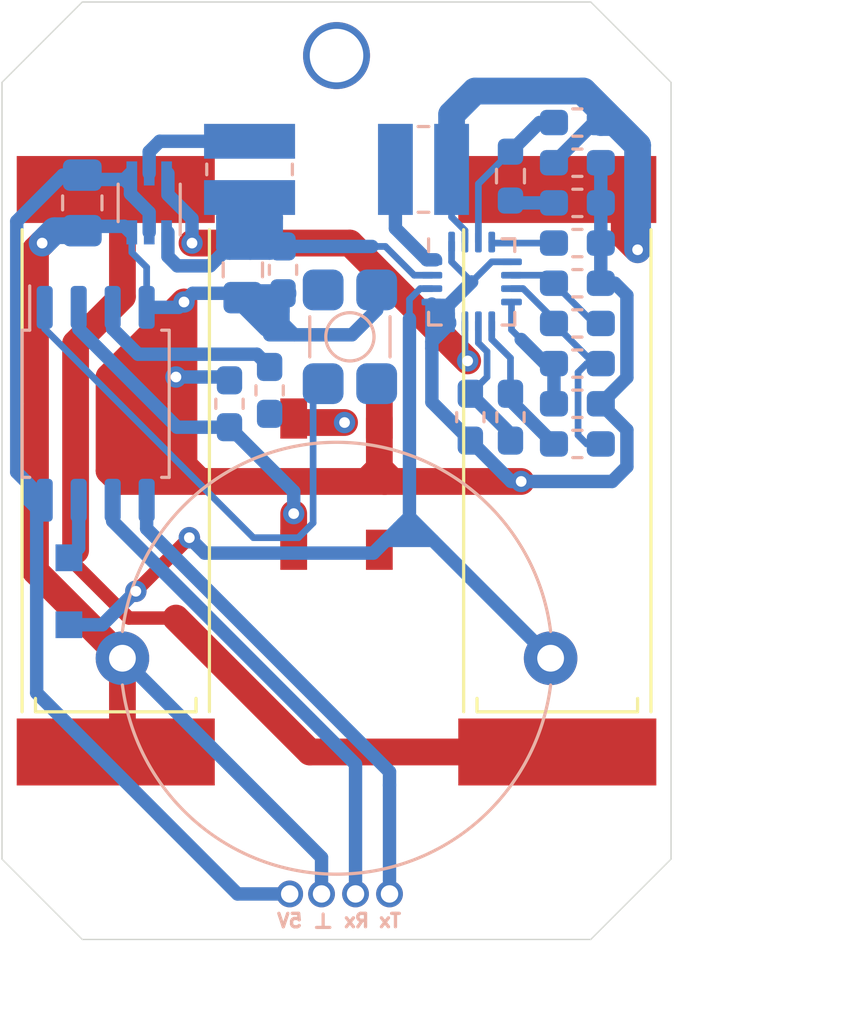
<source format=kicad_pcb>
(kicad_pcb (version 20171130) (host pcbnew "(5.1.9)-1")

  (general
    (thickness 1.6)
    (drawings 10)
    (tracks 263)
    (zones 0)
    (modules 29)
    (nets 25)
  )

  (page A4)
  (layers
    (0 F.Cu signal)
    (31 B.Cu signal)
    (32 B.Adhes user)
    (33 F.Adhes user)
    (34 B.Paste user)
    (35 F.Paste user)
    (36 B.SilkS user)
    (37 F.SilkS user)
    (38 B.Mask user)
    (39 F.Mask user)
    (40 Dwgs.User user)
    (41 Cmts.User user)
    (42 Eco1.User user)
    (43 Eco2.User user)
    (44 Edge.Cuts user)
    (45 Margin user)
    (46 B.CrtYd user)
    (47 F.CrtYd user)
    (48 B.Fab user)
    (49 F.Fab user)
  )

  (setup
    (last_trace_width 0.5)
    (user_trace_width 0.5)
    (user_trace_width 1)
    (trace_clearance 0.2)
    (zone_clearance 0)
    (zone_45_only no)
    (trace_min 0.2)
    (via_size 0.8)
    (via_drill 0.4)
    (via_min_size 0.4)
    (via_min_drill 0.3)
    (uvia_size 0.3)
    (uvia_drill 0.1)
    (uvias_allowed no)
    (uvia_min_size 0.2)
    (uvia_min_drill 0.1)
    (edge_width 0.05)
    (segment_width 0.2)
    (pcb_text_width 0.3)
    (pcb_text_size 1.5 1.5)
    (mod_edge_width 0.12)
    (mod_text_size 1 1)
    (mod_text_width 0.15)
    (pad_size 1.8 1.8)
    (pad_drill 0)
    (pad_to_mask_clearance 0.051)
    (solder_mask_min_width 0.25)
    (aux_axis_origin 0 0)
    (visible_elements 7FFFFFFF)
    (pcbplotparams
      (layerselection 0x010fc_ffffffff)
      (usegerberextensions false)
      (usegerberattributes false)
      (usegerberadvancedattributes false)
      (creategerberjobfile false)
      (excludeedgelayer true)
      (linewidth 0.100000)
      (plotframeref false)
      (viasonmask false)
      (mode 1)
      (useauxorigin false)
      (hpglpennumber 1)
      (hpglpenspeed 20)
      (hpglpendiameter 15.000000)
      (psnegative false)
      (psa4output false)
      (plotreference true)
      (plotvalue true)
      (plotinvisibletext false)
      (padsonsilk false)
      (subtractmaskfromsilk false)
      (outputformat 1)
      (mirror false)
      (drillshape 0)
      (scaleselection 1)
      (outputdirectory "gerber/"))
  )

  (net 0 "")
  (net 1 GND)
  (net 2 "Net-(C_ref1-Pad1)")
  (net 3 "Net-(L_boost1-Pad2)")
  (net 4 "Net-(L_bst1-Pad2)")
  (net 5 "Net-(R_oc1-Pad2)")
  (net 6 "Net-(R_ov1-Pad2)")
  (net 7 "Net-(Sol_1-Pad2)")
  (net 8 /Vstor)
  (net 9 /Vsolar)
  (net 10 /Vcc_ATTiny)
  (net 11 "Net-(C_super1-Pad1)")
  (net 12 /Vr_div)
  (net 13 /Vbat_ok)
  (net 14 /Vcc_LED)
  (net 15 /Din_LED)
  (net 16 /Rx)
  (net 17 /Tx)
  (net 18 /Data_LED)
  (net 19 /Reset)
  (net 20 /Vmeasure)
  (net 21 "Net-(R_oc1-Pad1)")
  (net 22 "Net-(R_ok1-Pad1)")
  (net 23 "Net-(R_ok2-Pad1)")
  (net 24 "Net-(R_uv1-Pad1)")

  (net_class Default "This is the default net class."
    (clearance 0.2)
    (trace_width 0.25)
    (via_dia 0.8)
    (via_drill 0.4)
    (uvia_dia 0.3)
    (uvia_drill 0.1)
    (add_net /Data_LED)
    (add_net /Din_LED)
    (add_net /Reset)
    (add_net /Rx)
    (add_net /Tx)
    (add_net /Vbat_ok)
    (add_net /Vcc_ATTiny)
    (add_net /Vcc_LED)
    (add_net /Vmeasure)
    (add_net /Vr_div)
    (add_net /Vsolar)
    (add_net /Vstor)
    (add_net GND)
    (add_net "Net-(C_ref1-Pad1)")
    (add_net "Net-(C_super1-Pad1)")
    (add_net "Net-(D1-Pad4)")
    (add_net "Net-(L_boost1-Pad2)")
    (add_net "Net-(L_bst1-Pad2)")
    (add_net "Net-(R_oc1-Pad1)")
    (add_net "Net-(R_oc1-Pad2)")
    (add_net "Net-(R_ok1-Pad1)")
    (add_net "Net-(R_ok2-Pad1)")
    (add_net "Net-(R_ov1-Pad2)")
    (add_net "Net-(R_uv1-Pad1)")
    (add_net "Net-(Sol_1-Pad2)")
    (add_net "Net-(U4-Pad1)")
    (add_net "Net-(U4-Pad4)")
  )

  (module footprints:VQFN-16-1EP_3x3mm_P0.5mm_EP1.8x1.8mm (layer B.Cu) (tedit 612A0908) (tstamp 604B9D4C)
    (at 30.05 22.95 270)
    (descr "VQFN, 16 Pin (https://www.st.com/resource/en/datasheet/stspin220.pdf), generated with kicad-footprint-generator ipc_noLead_generator.py")
    (tags "VQFN NoLead")
    (path /6049F0BD)
    (attr smd)
    (fp_text reference U1 (at 0 2.82 90) (layer B.SilkS) hide
      (effects (font (size 1 1) (thickness 0.15)) (justify mirror))
    )
    (fp_text value BQ25504 (at 0 -2.82 90) (layer B.Fab)
      (effects (font (size 1 1) (thickness 0.15)) (justify mirror))
    )
    (fp_text user %R (at 0 0 90) (layer B.Fab)
      (effects (font (size 0.75 0.75) (thickness 0.11)) (justify mirror))
    )
    (fp_line (start 1.135 1.61) (end 1.61 1.61) (layer B.SilkS) (width 0.12))
    (fp_line (start 1.61 1.61) (end 1.61 1.135) (layer B.SilkS) (width 0.12))
    (fp_line (start -1.135 -1.61) (end -1.61 -1.61) (layer B.SilkS) (width 0.12))
    (fp_line (start -1.61 -1.61) (end -1.61 -1.135) (layer B.SilkS) (width 0.12))
    (fp_line (start 1.135 -1.61) (end 1.61 -1.61) (layer B.SilkS) (width 0.12))
    (fp_line (start 1.61 -1.61) (end 1.61 -1.135) (layer B.SilkS) (width 0.12))
    (fp_line (start -1.135 1.61) (end -1.61 1.61) (layer B.SilkS) (width 0.12))
    (fp_line (start -0.75 1.5) (end 1.5 1.5) (layer B.Fab) (width 0.1))
    (fp_line (start 1.5 1.5) (end 1.5 -1.5) (layer B.Fab) (width 0.1))
    (fp_line (start 1.5 -1.5) (end -1.5 -1.5) (layer B.Fab) (width 0.1))
    (fp_line (start -1.5 -1.5) (end -1.5 0.75) (layer B.Fab) (width 0.1))
    (fp_line (start -1.5 0.75) (end -0.75 1.5) (layer B.Fab) (width 0.1))
    (fp_line (start -2.12 2.12) (end -2.12 -2.12) (layer B.CrtYd) (width 0.05))
    (fp_line (start -2.12 -2.12) (end 2.12 -2.12) (layer B.CrtYd) (width 0.05))
    (fp_line (start 2.12 -2.12) (end 2.12 2.12) (layer B.CrtYd) (width 0.05))
    (fp_line (start 2.12 2.12) (end -2.12 2.12) (layer B.CrtYd) (width 0.05))
    (pad "" smd roundrect (at 0 0 270) (size 1.25 1.25) (layers B.Paste) (roundrect_rratio 0.25))
    (pad 16 smd roundrect (at -0.75 1.4875 270) (size 0.25 0.775) (layers B.Cu B.Paste B.Mask) (roundrect_rratio 0.25)
      (net 4 "Net-(L_bst1-Pad2)"))
    (pad 15 smd roundrect (at -0.25 1.4875 270) (size 0.25 0.775) (layers B.Cu B.Paste B.Mask) (roundrect_rratio 0.25)
      (net 8 /Vstor))
    (pad 14 smd roundrect (at 0.25 1.4875 270) (size 0.25 0.775) (layers B.Cu B.Paste B.Mask) (roundrect_rratio 0.25)
      (net 11 "Net-(C_super1-Pad1)"))
    (pad 13 smd roundrect (at 0.75 1.4875 270) (size 0.25 0.775) (layers B.Cu B.Paste B.Mask) (roundrect_rratio 0.25)
      (net 1 GND))
    (pad 12 smd roundrect (at 1.4875 0.75 270) (size 0.775 0.25) (layers B.Cu B.Paste B.Mask) (roundrect_rratio 0.25)
      (net 1 GND))
    (pad 11 smd roundrect (at 1.4875 0.25 270) (size 0.775 0.25) (layers B.Cu B.Paste B.Mask) (roundrect_rratio 0.25)
      (net 13 /Vbat_ok))
    (pad 10 smd roundrect (at 1.4875 -0.25 270) (size 0.775 0.25) (layers B.Cu B.Paste B.Mask) (roundrect_rratio 0.25)
      (net 22 "Net-(R_ok1-Pad1)"))
    (pad 9 smd roundrect (at 1.4875 -0.75 270) (size 0.775 0.25) (layers B.Cu B.Paste B.Mask) (roundrect_rratio 0.25)
      (net 23 "Net-(R_ok2-Pad1)"))
    (pad 8 smd roundrect (at 0.75 -1.4875 270) (size 0.25 0.775) (layers B.Cu B.Paste B.Mask) (roundrect_rratio 0.25)
      (net 24 "Net-(R_uv1-Pad1)"))
    (pad 7 smd roundrect (at 0.25 -1.4875 270) (size 0.25 0.775) (layers B.Cu B.Paste B.Mask) (roundrect_rratio 0.25)
      (net 12 /Vr_div))
    (pad 6 smd roundrect (at -0.25 -1.4875 270) (size 0.25 0.775) (layers B.Cu B.Paste B.Mask) (roundrect_rratio 0.25)
      (net 6 "Net-(R_ov1-Pad2)"))
    (pad 5 smd roundrect (at -0.75 -1.4875 270) (size 0.25 0.775) (layers B.Cu B.Paste B.Mask) (roundrect_rratio 0.25)
      (net 1 GND))
    (pad 4 smd roundrect (at -1.4875 -0.75 270) (size 0.775 0.25) (layers B.Cu B.Paste B.Mask) (roundrect_rratio 0.25)
      (net 2 "Net-(C_ref1-Pad1)"))
    (pad 3 smd roundrect (at -1.4875 -0.25 270) (size 0.775 0.25) (layers B.Cu B.Paste B.Mask) (roundrect_rratio 0.25)
      (net 5 "Net-(R_oc1-Pad2)"))
    (pad 2 smd roundrect (at -1.4875 0.25 270) (size 0.775 0.25) (layers B.Cu B.Paste B.Mask) (roundrect_rratio 0.25)
      (net 9 /Vsolar))
    (pad 1 smd roundrect (at -1.4875 0.75 270) (size 0.775 0.25) (layers B.Cu B.Paste B.Mask) (roundrect_rratio 0.25)
      (net 1 GND))
    (model ${KISYS3DMOD}/Package_DFN_QFN.3dshapes/VQFN-16-1EP_3x3mm_P0.5mm_EP1.8x1.8mm.wrl
      (at (xyz 0 0 0))
      (scale (xyz 1 1 1))
      (rotate (xyz 0 0 0))
    )
  )

  (module Connector_PinHeader_1.27mm:PinHeader_1x04_P1.27mm_Horizontal (layer B.Cu) (tedit 612A02D9) (tstamp 609EFF5E)
    (at 27 45.8 90)
    (descr "Through hole angled pin header, 1x04, 1.27mm pitch, 4.0mm pin length, single row")
    (tags "Through hole angled pin header THT 1x04 1.27mm single row")
    (path /60A1387B)
    (fp_text reference J1 (at 2.4325 1.635 270) (layer B.SilkS) hide
      (effects (font (size 1 1) (thickness 0.15)) (justify mirror))
    )
    (fp_text value Conn_01x04_Female (at 2.4325 -4.195 270) (layer B.Fab) hide
      (effects (font (size 1 1) (thickness 0.15)) (justify mirror))
    )
    (fp_line (start -1.25 -2.5) (end -0.75 -2.5) (layer B.SilkS) (width 0.12))
    (fp_line (start -1.25 -2.25) (end -1.25 -2.75) (layer B.SilkS) (width 0.12))
    (fp_line (start -0.2 -2.36) (end -0.2 -2.76) (layer B.Fab) (width 0.1))
    (fp_line (start -0.2 -1.09) (end -0.2 -1.49) (layer B.Fab) (width 0.1))
    (fp_line (start -0.2 0.18) (end -0.2 -0.22) (layer B.Fab) (width 0.1))
    (fp_line (start -0.2 0.2) (end -0.2 -0.2) (layer B.Fab) (width 0.1))
    (fp_text user 5V (at -1 -3.75 unlocked) (layer B.SilkS)
      (effects (font (size 0.5 0.5) (thickness 0.125)) (justify mirror))
    )
    (fp_text user Tx (at -1 0 unlocked) (layer B.SilkS)
      (effects (font (size 0.5 0.5) (thickness 0.125)) (justify mirror))
    )
    (fp_text user Rx (at -1 -1.25 unlocked) (layer B.SilkS)
      (effects (font (size 0.5 0.5) (thickness 0.125)) (justify mirror))
    )
    (fp_text user %R (at -1 -0.655 180) (layer B.Fab) hide
      (effects (font (size 0.6 0.6) (thickness 0.09)) (justify mirror))
    )
    (pad 1 thru_hole circle (at 0 -3.75 90) (size 1 1) (drill 0.65) (layers *.Cu *.Mask)
      (net 10 /Vcc_ATTiny))
    (pad 3 thru_hole oval (at 0 -0.02 90) (size 1 1) (drill 0.65) (layers *.Cu *.Mask)
      (net 17 /Tx))
    (pad 2 thru_hole oval (at 0 -1.29 90) (size 1 1) (drill 0.65) (layers *.Cu *.Mask)
      (net 16 /Rx))
    (pad 4 thru_hole oval (at 0 -2.56 90) (size 1 1) (drill 0.65) (layers *.Cu *.Mask)
      (net 1 GND))
    (model ${KISYS3DMOD}/Connector_PinHeader_1.27mm.3dshapes/PinHeader_1x04_P1.27mm_Horizontal.wrl
      (at (xyz 0 0 0))
      (scale (xyz 1 1 1))
      (rotate (xyz 0 0 0))
    )
  )

  (module Package_SO:SOIC-8_5.275x5.275mm_P1.27mm (layer B.Cu) (tedit 5D9F72B1) (tstamp 604BB6CF)
    (at 16 27.5 270)
    (descr "SOIC, 8 Pin (http://ww1.microchip.com/downloads/en/DeviceDoc/20005045C.pdf#page=23), generated with kicad-footprint-generator ipc_gullwing_generator.py")
    (tags "SOIC SO")
    (path /604F4615)
    (attr smd)
    (fp_text reference U3 (at 0 3.59 90) (layer B.SilkS) hide
      (effects (font (size 1 1) (thickness 0.15)) (justify mirror))
    )
    (fp_text value ATtiny85 (at 0 -3.59 90) (layer B.Fab) hide
      (effects (font (size 1 1) (thickness 0.15)) (justify mirror))
    )
    (fp_text user %R (at 0 0 90) (layer B.Fab) hide
      (effects (font (size 1 1) (thickness 0.15)) (justify mirror))
    )
    (fp_line (start 0 -2.7475) (end 2.7475 -2.7475) (layer B.SilkS) (width 0.12))
    (fp_line (start 2.7475 -2.7475) (end 2.7475 -2.465) (layer B.SilkS) (width 0.12))
    (fp_line (start 0 -2.7475) (end -2.7475 -2.7475) (layer B.SilkS) (width 0.12))
    (fp_line (start -2.7475 -2.7475) (end -2.7475 -2.465) (layer B.SilkS) (width 0.12))
    (fp_line (start 0 2.7475) (end 2.7475 2.7475) (layer B.SilkS) (width 0.12))
    (fp_line (start 2.7475 2.7475) (end 2.7475 2.465) (layer B.SilkS) (width 0.12))
    (fp_line (start 0 2.7475) (end -2.7475 2.7475) (layer B.SilkS) (width 0.12))
    (fp_line (start -2.7475 2.7475) (end -2.7475 2.465) (layer B.SilkS) (width 0.12))
    (fp_line (start -2.7475 2.465) (end -4.4 2.465) (layer B.SilkS) (width 0.12))
    (fp_line (start -1.6375 2.6375) (end 2.6375 2.6375) (layer B.Fab) (width 0.1))
    (fp_line (start 2.6375 2.6375) (end 2.6375 -2.6375) (layer B.Fab) (width 0.1))
    (fp_line (start 2.6375 -2.6375) (end -2.6375 -2.6375) (layer B.Fab) (width 0.1))
    (fp_line (start -2.6375 -2.6375) (end -2.6375 1.6375) (layer B.Fab) (width 0.1))
    (fp_line (start -2.6375 1.6375) (end -1.6375 2.6375) (layer B.Fab) (width 0.1))
    (fp_line (start -4.65 2.89) (end -4.65 -2.89) (layer B.CrtYd) (width 0.05))
    (fp_line (start -4.65 -2.89) (end 4.65 -2.89) (layer B.CrtYd) (width 0.05))
    (fp_line (start 4.65 -2.89) (end 4.65 2.89) (layer B.CrtYd) (width 0.05))
    (fp_line (start 4.65 2.89) (end -4.65 2.89) (layer B.CrtYd) (width 0.05))
    (pad 8 smd roundrect (at 3.6 1.905 270) (size 1.6 0.6) (layers B.Cu B.Paste B.Mask) (roundrect_rratio 0.25)
      (net 10 /Vcc_ATTiny))
    (pad 7 smd roundrect (at 3.6 0.635 270) (size 1.6 0.6) (layers B.Cu B.Paste B.Mask) (roundrect_rratio 0.25)
      (net 20 /Vmeasure))
    (pad 6 smd roundrect (at 3.6 -0.635 270) (size 1.6 0.6) (layers B.Cu B.Paste B.Mask) (roundrect_rratio 0.25)
      (net 16 /Rx))
    (pad 5 smd roundrect (at 3.6 -1.905 270) (size 1.6 0.6) (layers B.Cu B.Paste B.Mask) (roundrect_rratio 0.25)
      (net 17 /Tx))
    (pad 4 smd roundrect (at -3.6 -1.905 270) (size 1.6 0.6) (layers B.Cu B.Paste B.Mask) (roundrect_rratio 0.25)
      (net 1 GND))
    (pad 3 smd roundrect (at -3.6 -0.635 270) (size 1.6 0.6) (layers B.Cu B.Paste B.Mask) (roundrect_rratio 0.25)
      (net 18 /Data_LED))
    (pad 2 smd roundrect (at -3.6 0.635 270) (size 1.6 0.6) (layers B.Cu B.Paste B.Mask) (roundrect_rratio 0.25)
      (net 14 /Vcc_LED))
    (pad 1 smd roundrect (at -3.6 1.905 270) (size 1.6 0.6) (layers B.Cu B.Paste B.Mask) (roundrect_rratio 0.25)
      (net 19 /Reset))
    (model ${KISYS3DMOD}/Package_SO.3dshapes/SOIC-8_5.275x5.275mm_P1.27mm.wrl
      (at (xyz 0 0 0))
      (scale (xyz 1 1 1))
      (rotate (xyz 0 0 0))
    )
  )

  (module Capacitor_SMD:C_0805_2012Metric_Pad1.18x1.45mm_HandSolder (layer B.Cu) (tedit 5F68FEEF) (tstamp 609EFEEC)
    (at 21.5 22.5 270)
    (descr "Capacitor SMD 0805 (2012 Metric), square (rectangular) end terminal, IPC_7351 nominal with elongated pad for handsoldering. (Body size source: IPC-SM-782 page 76, https://www.pcb-3d.com/wordpress/wp-content/uploads/ipc-sm-782a_amendment_1_and_2.pdf, https://docs.google.com/spreadsheets/d/1BsfQQcO9C6DZCsRaXUlFlo91Tg2WpOkGARC1WS5S8t0/edit?usp=sharing), generated with kicad-footprint-generator")
    (tags "capacitor handsolder")
    (path /609F0244)
    (attr smd)
    (fp_text reference C_pre_boost1 (at 0 1.68 90) (layer B.SilkS) hide
      (effects (font (size 1 1) (thickness 0.15)) (justify mirror))
    )
    (fp_text value 10uF (at 0 -1.68 90) (layer B.Fab)
      (effects (font (size 1 1) (thickness 0.15)) (justify mirror))
    )
    (fp_line (start 1.88 -0.98) (end -1.88 -0.98) (layer B.CrtYd) (width 0.05))
    (fp_line (start 1.88 0.98) (end 1.88 -0.98) (layer B.CrtYd) (width 0.05))
    (fp_line (start -1.88 0.98) (end 1.88 0.98) (layer B.CrtYd) (width 0.05))
    (fp_line (start -1.88 -0.98) (end -1.88 0.98) (layer B.CrtYd) (width 0.05))
    (fp_line (start -0.261252 -0.735) (end 0.261252 -0.735) (layer B.SilkS) (width 0.12))
    (fp_line (start -0.261252 0.735) (end 0.261252 0.735) (layer B.SilkS) (width 0.12))
    (fp_line (start 1 -0.625) (end -1 -0.625) (layer B.Fab) (width 0.1))
    (fp_line (start 1 0.625) (end 1 -0.625) (layer B.Fab) (width 0.1))
    (fp_line (start -1 0.625) (end 1 0.625) (layer B.Fab) (width 0.1))
    (fp_line (start -1 -0.625) (end -1 0.625) (layer B.Fab) (width 0.1))
    (fp_text user %R (at 0 0 90) (layer B.Fab)
      (effects (font (size 0.5 0.5) (thickness 0.08)) (justify mirror))
    )
    (pad 2 smd roundrect (at 1.0375 0 270) (size 1.175 1.45) (layers B.Cu B.Paste B.Mask) (roundrect_rratio 0.212766)
      (net 1 GND))
    (pad 1 smd roundrect (at -1.0375 0 270) (size 1.175 1.45) (layers B.Cu B.Paste B.Mask) (roundrect_rratio 0.212766)
      (net 8 /Vstor))
    (model ${KISYS3DMOD}/Capacitor_SMD.3dshapes/C_0805_2012Metric.wrl
      (at (xyz 0 0 0))
      (scale (xyz 1 1 1))
      (rotate (xyz 0 0 0))
    )
  )

  (module Capacitor_SMD:C_0805_2012Metric_Pad1.18x1.45mm_HandSolder (layer B.Cu) (tedit 5F68FEEF) (tstamp 609EFEDB)
    (at 15.5 20 270)
    (descr "Capacitor SMD 0805 (2012 Metric), square (rectangular) end terminal, IPC_7351 nominal with elongated pad for handsoldering. (Body size source: IPC-SM-782 page 76, https://www.pcb-3d.com/wordpress/wp-content/uploads/ipc-sm-782a_amendment_1_and_2.pdf, https://docs.google.com/spreadsheets/d/1BsfQQcO9C6DZCsRaXUlFlo91Tg2WpOkGARC1WS5S8t0/edit?usp=sharing), generated with kicad-footprint-generator")
    (tags "capacitor handsolder")
    (path /60A258CF)
    (attr smd)
    (fp_text reference C_post_boost1 (at 0 1.68 90) (layer B.SilkS) hide
      (effects (font (size 1 1) (thickness 0.15)) (justify mirror))
    )
    (fp_text value 10uF (at 0 -1.68 90) (layer B.Fab)
      (effects (font (size 1 1) (thickness 0.15)) (justify mirror))
    )
    (fp_line (start 1.88 -0.98) (end -1.88 -0.98) (layer B.CrtYd) (width 0.05))
    (fp_line (start 1.88 0.98) (end 1.88 -0.98) (layer B.CrtYd) (width 0.05))
    (fp_line (start -1.88 0.98) (end 1.88 0.98) (layer B.CrtYd) (width 0.05))
    (fp_line (start -1.88 -0.98) (end -1.88 0.98) (layer B.CrtYd) (width 0.05))
    (fp_line (start -0.261252 -0.735) (end 0.261252 -0.735) (layer B.SilkS) (width 0.12))
    (fp_line (start -0.261252 0.735) (end 0.261252 0.735) (layer B.SilkS) (width 0.12))
    (fp_line (start 1 -0.625) (end -1 -0.625) (layer B.Fab) (width 0.1))
    (fp_line (start 1 0.625) (end 1 -0.625) (layer B.Fab) (width 0.1))
    (fp_line (start -1 0.625) (end 1 0.625) (layer B.Fab) (width 0.1))
    (fp_line (start -1 -0.625) (end -1 0.625) (layer B.Fab) (width 0.1))
    (fp_text user %R (at 0 0 90) (layer B.Fab)
      (effects (font (size 0.5 0.5) (thickness 0.08)) (justify mirror))
    )
    (pad 2 smd roundrect (at 1.0375 0 270) (size 1.175 1.45) (layers B.Cu B.Paste B.Mask) (roundrect_rratio 0.212766)
      (net 1 GND))
    (pad 1 smd roundrect (at -1.0375 0 270) (size 1.175 1.45) (layers B.Cu B.Paste B.Mask) (roundrect_rratio 0.212766)
      (net 10 /Vcc_ATTiny))
    (model ${KISYS3DMOD}/Capacitor_SMD.3dshapes/C_0805_2012Metric.wrl
      (at (xyz 0 0 0))
      (scale (xyz 1 1 1))
      (rotate (xyz 0 0 0))
    )
  )

  (module Resistor_SMD:R_0603_1608Metric_Pad1.05x0.95mm_HandSolder (layer B.Cu) (tedit 5B301BBD) (tstamp 609EFFB3)
    (at 34 17 180)
    (descr "Resistor SMD 0603 (1608 Metric), square (rectangular) end terminal, IPC_7351 nominal with elongated pad for handsoldering. (Body size source: http://www.tortai-tech.com/upload/download/2011102023233369053.pdf), generated with kicad-footprint-generator")
    (tags "resistor handsolder")
    (path /609D577E)
    (attr smd)
    (fp_text reference R_oc2 (at 0 1.43) (layer B.SilkS) hide
      (effects (font (size 1 1) (thickness 0.15)) (justify mirror))
    )
    (fp_text value 3.9M (at 0 -1.43) (layer B.Fab) hide
      (effects (font (size 1 1) (thickness 0.15)) (justify mirror))
    )
    (fp_line (start -0.8 -0.4) (end -0.8 0.4) (layer B.Fab) (width 0.1))
    (fp_line (start -0.8 0.4) (end 0.8 0.4) (layer B.Fab) (width 0.1))
    (fp_line (start 0.8 0.4) (end 0.8 -0.4) (layer B.Fab) (width 0.1))
    (fp_line (start 0.8 -0.4) (end -0.8 -0.4) (layer B.Fab) (width 0.1))
    (fp_line (start -0.171267 0.51) (end 0.171267 0.51) (layer B.SilkS) (width 0.12))
    (fp_line (start -0.171267 -0.51) (end 0.171267 -0.51) (layer B.SilkS) (width 0.12))
    (fp_line (start -1.65 -0.73) (end -1.65 0.73) (layer B.CrtYd) (width 0.05))
    (fp_line (start -1.65 0.73) (end 1.65 0.73) (layer B.CrtYd) (width 0.05))
    (fp_line (start 1.65 0.73) (end 1.65 -0.73) (layer B.CrtYd) (width 0.05))
    (fp_line (start 1.65 -0.73) (end -1.65 -0.73) (layer B.CrtYd) (width 0.05))
    (fp_text user %R (at 0 0) (layer B.Fab) hide
      (effects (font (size 0.4 0.4) (thickness 0.06)) (justify mirror))
    )
    (pad 2 smd roundrect (at 0.875 0 180) (size 1.05 0.95) (layers B.Cu B.Paste B.Mask) (roundrect_rratio 0.25)
      (net 5 "Net-(R_oc1-Pad2)"))
    (pad 1 smd roundrect (at -0.875 0 180) (size 1.05 0.95) (layers B.Cu B.Paste B.Mask) (roundrect_rratio 0.25)
      (net 9 /Vsolar))
    (model ${KISYS3DMOD}/Resistor_SMD.3dshapes/R_0603_1608Metric.wrl
      (at (xyz 0 0 0))
      (scale (xyz 1 1 1))
      (rotate (xyz 0 0 0))
    )
  )

  (module Resistor_SMD:R_0603_1608Metric_Pad0.98x0.95mm_HandSolder (layer B.Cu) (tedit 5F68FEEE) (tstamp 60AD943D)
    (at 31.5 19 90)
    (descr "Resistor SMD 0603 (1608 Metric), square (rectangular) end terminal, IPC_7351 nominal with elongated pad for handsoldering. (Body size source: IPC-SM-782 page 72, https://www.pcb-3d.com/wordpress/wp-content/uploads/ipc-sm-782a_amendment_1_and_2.pdf), generated with kicad-footprint-generator")
    (tags "resistor handsolder")
    (path /60AEA81A)
    (attr smd)
    (fp_text reference R_oc1 (at 0 1.43 270) (layer B.SilkS) hide
      (effects (font (size 1 1) (thickness 0.15)) (justify mirror))
    )
    (fp_text value 6.2M (at 0 -1.43 270) (layer B.Fab) hide
      (effects (font (size 1 1) (thickness 0.15)) (justify mirror))
    )
    (fp_line (start -0.8 -0.4125) (end -0.8 0.4125) (layer B.Fab) (width 0.1))
    (fp_line (start -0.8 0.4125) (end 0.8 0.4125) (layer B.Fab) (width 0.1))
    (fp_line (start 0.8 0.4125) (end 0.8 -0.4125) (layer B.Fab) (width 0.1))
    (fp_line (start 0.8 -0.4125) (end -0.8 -0.4125) (layer B.Fab) (width 0.1))
    (fp_line (start -0.254724 0.5225) (end 0.254724 0.5225) (layer B.SilkS) (width 0.12))
    (fp_line (start -0.254724 -0.5225) (end 0.254724 -0.5225) (layer B.SilkS) (width 0.12))
    (fp_line (start -1.65 -0.73) (end -1.65 0.73) (layer B.CrtYd) (width 0.05))
    (fp_line (start -1.65 0.73) (end 1.65 0.73) (layer B.CrtYd) (width 0.05))
    (fp_line (start 1.65 0.73) (end 1.65 -0.73) (layer B.CrtYd) (width 0.05))
    (fp_line (start 1.65 -0.73) (end -1.65 -0.73) (layer B.CrtYd) (width 0.05))
    (fp_text user %R (at 0 0 270) (layer B.Fab) hide
      (effects (font (size 0.4 0.4) (thickness 0.06)) (justify mirror))
    )
    (pad 2 smd roundrect (at 0.9125 0 90) (size 0.975 0.95) (layers B.Cu B.Paste B.Mask) (roundrect_rratio 0.25)
      (net 5 "Net-(R_oc1-Pad2)"))
    (pad 1 smd roundrect (at -0.9125 0 90) (size 0.975 0.95) (layers B.Cu B.Paste B.Mask) (roundrect_rratio 0.25)
      (net 21 "Net-(R_oc1-Pad1)"))
    (model ${KISYS3DMOD}/Resistor_SMD.3dshapes/R_0603_1608Metric.wrl
      (at (xyz 0 0 0))
      (scale (xyz 1 1 1))
      (rotate (xyz 0 0 0))
    )
  )

  (module own_footprints:TS-1233 (layer B.Cu) (tedit 60AB5839) (tstamp 60AC15B1)
    (at 25.5 25 270)
    (path /60ACC29B)
    (fp_text reference U4 (at 0 -2.5 270) (layer B.SilkS) hide
      (effects (font (size 1 1) (thickness 0.15)) (justify mirror))
    )
    (fp_text value TS-1233 (at 0 2.5 270) (layer B.Fab) hide
      (effects (font (size 1 1) (thickness 0.15)) (justify mirror))
    )
    (fp_line (start -0.75 -1.5) (end 0.75 -1.5) (layer B.SilkS) (width 0.12))
    (fp_line (start -0.75 1.5) (end 0.75 1.5) (layer B.SilkS) (width 0.12))
    (fp_circle (center 0 0) (end 0.75 0.5) (layer B.SilkS) (width 0.12))
    (pad 3 smd roundrect (at -1.75 -1 270) (size 1.524 1.524) (layers B.Cu B.Paste B.Mask) (roundrect_rratio 0.25)
      (net 1 GND))
    (pad 1 smd roundrect (at -1.75 1 270) (size 1.524 1.524) (layers B.Cu B.Paste B.Mask) (roundrect_rratio 0.25))
    (pad 2 smd roundrect (at 1.75 1 270) (size 1.524 1.524) (layers B.Cu B.Paste B.Mask) (roundrect_rratio 0.25)
      (net 19 /Reset))
    (pad 4 smd roundrect (at 1.75 -1 270) (size 1.524 1.524) (layers B.Cu B.Paste B.Mask) (roundrect_rratio 0.25))
  )

  (module Diode_SMD:D_SOD-323_HandSoldering (layer B.Cu) (tedit 60AAC69E) (tstamp 60A33C61)
    (at 15 34.5 90)
    (descr SOD-323)
    (tags SOD-323)
    (path /60AAB4F1)
    (attr smd)
    (fp_text reference D2 (at 0 1.85 90) (layer B.SilkS) hide
      (effects (font (size 1 1) (thickness 0.15)) (justify mirror))
    )
    (fp_text value DIODE (at 0.1 -1.9 90) (layer B.Fab) hide
      (effects (font (size 1 1) (thickness 0.15)) (justify mirror))
    )
    (fp_line (start 0.2 0) (end 0.45 0) (layer B.Fab) (width 0.1))
    (fp_line (start 0.2 -0.35) (end -0.3 0) (layer B.Fab) (width 0.1))
    (fp_line (start 0.2 0.35) (end 0.2 -0.35) (layer B.Fab) (width 0.1))
    (fp_line (start -0.3 0) (end 0.2 0.35) (layer B.Fab) (width 0.1))
    (fp_line (start -0.3 0) (end -0.5 0) (layer B.Fab) (width 0.1))
    (fp_line (start -0.3 0.35) (end -0.3 -0.35) (layer B.Fab) (width 0.1))
    (fp_line (start -0.9 -0.7) (end -0.9 0.7) (layer B.Fab) (width 0.1))
    (fp_line (start 0.9 -0.7) (end -0.9 -0.7) (layer B.Fab) (width 0.1))
    (fp_line (start 0.9 0.7) (end 0.9 -0.7) (layer B.Fab) (width 0.1))
    (fp_line (start -0.9 0.7) (end 0.9 0.7) (layer B.Fab) (width 0.1))
    (fp_line (start -2 0.95) (end 2 0.95) (layer B.CrtYd) (width 0.05))
    (fp_line (start 2 0.95) (end 2 -0.95) (layer B.CrtYd) (width 0.05))
    (fp_line (start -2 -0.95) (end 2 -0.95) (layer B.CrtYd) (width 0.05))
    (fp_line (start -2 0.95) (end -2 -0.95) (layer B.CrtYd) (width 0.05))
    (fp_text user %R (at 0 1.85 90) (layer B.Fab) hide
      (effects (font (size 1 1) (thickness 0.15)) (justify mirror))
    )
    (pad 1 smd rect (at 1.25 0 90) (size 1 1) (layers B.Cu B.Paste B.Mask)
      (net 20 /Vmeasure))
    (pad 2 smd rect (at -1.25 0 90) (size 1 1) (layers B.Cu B.Paste B.Mask)
      (net 11 "Net-(C_super1-Pad1)"))
    (model ${KISYS3DMOD}/Diode_SMD.3dshapes/D_SOD-323.wrl
      (at (xyz 0 0 0))
      (scale (xyz 1 1 1))
      (rotate (xyz 0 0 0))
    )
  )

  (module Inductor_SMD:L_Wuerth_MAPI-3015 (layer B.Cu) (tedit 5990349D) (tstamp 609EFF6F)
    (at 21.75 18.75 90)
    (descr "Inductor, Wuerth Elektronik, Wuerth_MAPI-3015, 3.0mmx3.0mm")
    (tags "inductor Wuerth smd")
    (path /60A0F419)
    (attr smd)
    (fp_text reference L_boost1 (at 0 2.7 90) (layer B.SilkS) hide
      (effects (font (size 1 1) (thickness 0.15)) (justify mirror))
    )
    (fp_text value 4.7uH (at 0 -3.2 90) (layer B.Fab) hide
      (effects (font (size 1 1) (thickness 0.15)) (justify mirror))
    )
    (fp_line (start -1.5 1.5) (end -1.5 -1.5) (layer B.Fab) (width 0.1))
    (fp_line (start -1.5 -1.5) (end 1.5 -1.5) (layer B.Fab) (width 0.1))
    (fp_line (start 1.5 -1.5) (end 1.5 1.5) (layer B.Fab) (width 0.1))
    (fp_line (start 1.5 1.5) (end -1.5 1.5) (layer B.Fab) (width 0.1))
    (fp_line (start -2 2) (end -2 -2) (layer B.CrtYd) (width 0.05))
    (fp_line (start -2 -2) (end 2 -2) (layer B.CrtYd) (width 0.05))
    (fp_line (start 2 -2) (end 2 2) (layer B.CrtYd) (width 0.05))
    (fp_line (start 2 2) (end -2 2) (layer B.CrtYd) (width 0.05))
    (fp_line (start -0.2 1.6) (end 0.2 1.6) (layer B.SilkS) (width 0.12))
    (fp_line (start -0.2 -1.6) (end 0.2 -1.6) (layer B.SilkS) (width 0.12))
    (fp_text user %R (at 0 0 90) (layer B.Fab) hide
      (effects (font (size 0.7 0.7) (thickness 0.105)) (justify mirror))
    )
    (pad 2 smd rect (at 1.05 0 90) (size 1.3 3.4) (layers B.Cu B.Paste B.Mask)
      (net 3 "Net-(L_boost1-Pad2)"))
    (pad 1 smd rect (at -1.05 0 90) (size 1.3 3.4) (layers B.Cu B.Paste B.Mask)
      (net 8 /Vstor))
    (model ${KISYS3DMOD}/Inductor_SMD.3dshapes/L_Wuerth_MAPI-3015.wrl
      (at (xyz 0 0 0))
      (scale (xyz 1 1 1))
      (rotate (xyz 0 0 0))
    )
  )

  (module Inductor_SMD:L_Wuerth_MAPI-3015 (layer B.Cu) (tedit 5990349D) (tstamp 609EFF80)
    (at 28.25 18.75 180)
    (descr "Inductor, Wuerth Elektronik, Wuerth_MAPI-3015, 3.0mmx3.0mm")
    (tags "inductor Wuerth smd")
    (path /609CFCA3)
    (attr smd)
    (fp_text reference L_bst1 (at 0 2.7) (layer B.SilkS) hide
      (effects (font (size 1 1) (thickness 0.15)) (justify mirror))
    )
    (fp_text value 22uH (at 0 -3.2) (layer B.Fab) hide
      (effects (font (size 1 1) (thickness 0.15)) (justify mirror))
    )
    (fp_line (start -1.5 1.5) (end -1.5 -1.5) (layer B.Fab) (width 0.1))
    (fp_line (start -1.5 -1.5) (end 1.5 -1.5) (layer B.Fab) (width 0.1))
    (fp_line (start 1.5 -1.5) (end 1.5 1.5) (layer B.Fab) (width 0.1))
    (fp_line (start 1.5 1.5) (end -1.5 1.5) (layer B.Fab) (width 0.1))
    (fp_line (start -2 2) (end -2 -2) (layer B.CrtYd) (width 0.05))
    (fp_line (start -2 -2) (end 2 -2) (layer B.CrtYd) (width 0.05))
    (fp_line (start 2 -2) (end 2 2) (layer B.CrtYd) (width 0.05))
    (fp_line (start 2 2) (end -2 2) (layer B.CrtYd) (width 0.05))
    (fp_line (start -0.2 1.6) (end 0.2 1.6) (layer B.SilkS) (width 0.12))
    (fp_line (start -0.2 -1.6) (end 0.2 -1.6) (layer B.SilkS) (width 0.12))
    (fp_text user %R (at 0 0) (layer B.Fab) hide
      (effects (font (size 0.7 0.7) (thickness 0.105)) (justify mirror))
    )
    (pad 2 smd rect (at 1.05 0 180) (size 1.3 3.4) (layers B.Cu B.Paste B.Mask)
      (net 4 "Net-(L_bst1-Pad2)"))
    (pad 1 smd rect (at -1.05 0 180) (size 1.3 3.4) (layers B.Cu B.Paste B.Mask)
      (net 9 /Vsolar))
    (model ${KISYS3DMOD}/Inductor_SMD.3dshapes/L_Wuerth_MAPI-3015.wrl
      (at (xyz 0 0 0))
      (scale (xyz 1 1 1))
      (rotate (xyz 0 0 0))
    )
  )

  (module own_footprints:KXOB25-05X3F (layer F.Cu) (tedit 60A2DACD) (tstamp 60A18733)
    (at 16.75 30 270)
    (path /609C8E61)
    (fp_text reference Sol_2 (at 0 0.5 90) (layer F.SilkS) hide
      (effects (font (size 1 1) (thickness 0.15)))
    )
    (fp_text value KXOB25-05X3F (at 0 -0.5 90) (layer F.Fab)
      (effects (font (size 1 1) (thickness 0.15)))
    )
    (fp_line (start 9 -3) (end 8.5 -3) (layer F.SilkS) (width 0.12))
    (fp_line (start 9 3) (end 8.5 3) (layer F.SilkS) (width 0.12))
    (fp_line (start 9 -3) (end 9 3) (layer F.SilkS) (width 0.12))
    (fp_line (start -9 3.5) (end 9 3.5) (layer F.SilkS) (width 0.12))
    (fp_line (start -9 -3.5) (end 9 -3.5) (layer F.SilkS) (width 0.12))
    (pad 1 smd rect (at -10.5 0 270) (size 2.5 7.4) (layers F.Cu F.Paste F.Mask)
      (net 7 "Net-(Sol_1-Pad2)"))
    (pad 2 smd rect (at 10.5 0 270) (size 2.5 7.4) (layers F.Cu F.Paste F.Mask)
      (net 1 GND))
  )

  (module own_footprints:KXOB25-05X3F (layer F.Cu) (tedit 60A2DACD) (tstamp 609F0033)
    (at 33.25 30 270)
    (path /609C9A98)
    (fp_text reference Sol_1 (at 0 0.5 90) (layer F.SilkS) hide
      (effects (font (size 1 1) (thickness 0.15)))
    )
    (fp_text value KXOB25-05X3F (at 0 0 90) (layer F.Fab)
      (effects (font (size 1 1) (thickness 0.15)))
    )
    (fp_line (start 9 -3) (end 8.5 -3) (layer F.SilkS) (width 0.12))
    (fp_line (start 9 3) (end 8.5 3) (layer F.SilkS) (width 0.12))
    (fp_line (start 9 -3) (end 9 3) (layer F.SilkS) (width 0.12))
    (fp_line (start -9 3.5) (end 9 3.5) (layer F.SilkS) (width 0.12))
    (fp_line (start -9 -3.5) (end 9 -3.5) (layer F.SilkS) (width 0.12))
    (pad 1 smd rect (at -10.5 0 270) (size 2.5 7.4) (layers F.Cu F.Paste F.Mask)
      (net 9 /Vsolar))
    (pad 2 smd rect (at 10.5 0 270) (size 2.5 7.4) (layers F.Cu F.Paste F.Mask)
      (net 7 "Net-(Sol_1-Pad2)"))
  )

  (module Resistor_SMD:R_0603_1608Metric_Pad1.05x0.95mm_HandSolder (layer B.Cu) (tedit 5B301BBD) (tstamp 609EFFA2)
    (at 34 20 180)
    (descr "Resistor SMD 0603 (1608 Metric), square (rectangular) end terminal, IPC_7351 nominal with elongated pad for handsoldering. (Body size source: http://www.tortai-tech.com/upload/download/2011102023233369053.pdf), generated with kicad-footprint-generator")
    (tags "resistor handsolder")
    (path /609D50F7)
    (attr smd)
    (fp_text reference R_oc1_2 (at 0 1.43) (layer B.SilkS) hide
      (effects (font (size 1 1) (thickness 0.15)) (justify mirror))
    )
    (fp_text value 10M (at 0 -1.43) (layer B.Fab) hide
      (effects (font (size 1 1) (thickness 0.15)) (justify mirror))
    )
    (fp_line (start -0.8 -0.4) (end -0.8 0.4) (layer B.Fab) (width 0.1))
    (fp_line (start -0.8 0.4) (end 0.8 0.4) (layer B.Fab) (width 0.1))
    (fp_line (start 0.8 0.4) (end 0.8 -0.4) (layer B.Fab) (width 0.1))
    (fp_line (start 0.8 -0.4) (end -0.8 -0.4) (layer B.Fab) (width 0.1))
    (fp_line (start -0.171267 0.51) (end 0.171267 0.51) (layer B.SilkS) (width 0.12))
    (fp_line (start -0.171267 -0.51) (end 0.171267 -0.51) (layer B.SilkS) (width 0.12))
    (fp_line (start -1.65 -0.73) (end -1.65 0.73) (layer B.CrtYd) (width 0.05))
    (fp_line (start -1.65 0.73) (end 1.65 0.73) (layer B.CrtYd) (width 0.05))
    (fp_line (start 1.65 0.73) (end 1.65 -0.73) (layer B.CrtYd) (width 0.05))
    (fp_line (start 1.65 -0.73) (end -1.65 -0.73) (layer B.CrtYd) (width 0.05))
    (fp_text user %R (at 0 0) (layer B.Fab) hide
      (effects (font (size 0.4 0.4) (thickness 0.06)) (justify mirror))
    )
    (pad 2 smd roundrect (at 0.875 0 180) (size 1.05 0.95) (layers B.Cu B.Paste B.Mask) (roundrect_rratio 0.25)
      (net 21 "Net-(R_oc1-Pad1)"))
    (pad 1 smd roundrect (at -0.875 0 180) (size 1.05 0.95) (layers B.Cu B.Paste B.Mask) (roundrect_rratio 0.25)
      (net 1 GND))
    (model ${KISYS3DMOD}/Resistor_SMD.3dshapes/R_0603_1608Metric.wrl
      (at (xyz 0 0 0))
      (scale (xyz 1 1 1))
      (rotate (xyz 0 0 0))
    )
  )

  (module own_footprints:Supercap (layer B.Cu) (tedit 609EA10B) (tstamp 604F2DF0)
    (at 25 37 180)
    (path /6058E241)
    (fp_text reference C_super1 (at 0 -0.5) (layer B.SilkS) hide
      (effects (font (size 1 1) (thickness 0.15)) (justify mirror))
    )
    (fp_text value 640mF (at 0 0.5) (layer B.Fab) hide
      (effects (font (size 1 1) (thickness 0.15)) (justify mirror))
    )
    (fp_arc (start 0 0) (end -7.999999 -0.999999) (angle 165.7499673) (layer B.SilkS) (width 0.12))
    (fp_arc (start 0 0) (end 7.999999 0.999999) (angle 165.7499673) (layer B.SilkS) (width 0.12))
    (pad 2 thru_hole circle (at 8 0 180) (size 2 2) (drill 1) (layers *.Cu *.Mask)
      (net 1 GND))
    (pad 1 thru_hole circle (at -8 0 180) (size 2 2) (drill 1) (layers *.Cu *.Mask)
      (net 11 "Net-(C_super1-Pad1)"))
  )

  (module Package_TO_SOT_SMD:Texas_R-PDSO-G6 (layer B.Cu) (tedit 5A02FF57) (tstamp 609F00A4)
    (at 18 20 90)
    (descr "R-PDSO-G6, http://www.ti.com/lit/ds/slis144b/slis144b.pdf")
    (tags "R-PDSO-G6 SC-70-6")
    (path /609D9F4F)
    (attr smd)
    (fp_text reference U2 (at 0 2 90) (layer B.SilkS) hide
      (effects (font (size 1 1) (thickness 0.15)) (justify mirror))
    )
    (fp_text value TPS61222DCK (at 0 -2 90) (layer B.Fab) hide
      (effects (font (size 1 1) (thickness 0.15)) (justify mirror))
    )
    (fp_line (start 0.7 1.16) (end -1.2 1.16) (layer B.SilkS) (width 0.12))
    (fp_line (start -0.7 -1.16) (end 0.7 -1.16) (layer B.SilkS) (width 0.12))
    (fp_line (start 1.6 -1.4) (end 1.6 1.4) (layer B.CrtYd) (width 0.05))
    (fp_line (start -1.6 1.4) (end -1.6 -1.4) (layer B.CrtYd) (width 0.05))
    (fp_line (start -1.6 1.4) (end 1.6 1.4) (layer B.CrtYd) (width 0.05))
    (fp_line (start 0.675 1.1) (end -0.175 1.1) (layer B.Fab) (width 0.1))
    (fp_line (start -0.675 0.6) (end -0.675 -1.1) (layer B.Fab) (width 0.1))
    (fp_line (start -1.6 -1.4) (end 1.6 -1.4) (layer B.CrtYd) (width 0.05))
    (fp_line (start 0.675 1.1) (end 0.675 -1.1) (layer B.Fab) (width 0.1))
    (fp_line (start 0.675 -1.1) (end -0.675 -1.1) (layer B.Fab) (width 0.1))
    (fp_line (start -0.175 1.1) (end -0.675 0.6) (layer B.Fab) (width 0.1))
    (fp_text user %R (at 0 0 180) (layer B.Fab) hide
      (effects (font (size 0.5 0.5) (thickness 0.075)) (justify mirror))
    )
    (pad 6 smd rect (at 1.1 0.65 90) (size 0.9 0.4) (layers B.Cu B.Paste B.Mask)
      (net 13 /Vbat_ok))
    (pad 4 smd rect (at 1.1 -0.65 90) (size 0.9 0.4) (layers B.Cu B.Paste B.Mask)
      (net 10 /Vcc_ATTiny))
    (pad 2 smd rect (at -1.1 0 90) (size 0.9 0.4) (layers B.Cu B.Paste B.Mask)
      (net 10 /Vcc_ATTiny))
    (pad 5 smd rect (at 1.1 0 90) (size 0.9 0.4) (layers B.Cu B.Paste B.Mask)
      (net 3 "Net-(L_boost1-Pad2)"))
    (pad 3 smd rect (at -1.1 -0.65 90) (size 0.9 0.4) (layers B.Cu B.Paste B.Mask)
      (net 1 GND))
    (pad 1 smd rect (at -1.1 0.65 90) (size 0.9 0.4) (layers B.Cu B.Paste B.Mask)
      (net 8 /Vstor))
    (model ${KISYS3DMOD}/Package_TO_SOT_SMD.3dshapes/SOT-363_SC-70-6.wrl
      (at (xyz 0 0 0))
      (scale (xyz 1 1 1))
      (rotate (xyz 0 0 0))
    )
  )

  (module Resistor_SMD:R_0603_1608Metric_Pad1.05x0.95mm_HandSolder (layer B.Cu) (tedit 5B301BBD) (tstamp 609F0008)
    (at 34 23)
    (descr "Resistor SMD 0603 (1608 Metric), square (rectangular) end terminal, IPC_7351 nominal with elongated pad for handsoldering. (Body size source: http://www.tortai-tech.com/upload/download/2011102023233369053.pdf), generated with kicad-footprint-generator")
    (tags "resistor handsolder")
    (path /60A5234E)
    (attr smd)
    (fp_text reference R_ov2 (at 0 1.43) (layer B.SilkS) hide
      (effects (font (size 1 1) (thickness 0.15)) (justify mirror))
    )
    (fp_text value 3.3M (at 0 -1.43) (layer B.Fab) hide
      (effects (font (size 1 1) (thickness 0.15)) (justify mirror))
    )
    (fp_line (start -0.8 -0.4) (end -0.8 0.4) (layer B.Fab) (width 0.1))
    (fp_line (start -0.8 0.4) (end 0.8 0.4) (layer B.Fab) (width 0.1))
    (fp_line (start 0.8 0.4) (end 0.8 -0.4) (layer B.Fab) (width 0.1))
    (fp_line (start 0.8 -0.4) (end -0.8 -0.4) (layer B.Fab) (width 0.1))
    (fp_line (start -0.171267 0.51) (end 0.171267 0.51) (layer B.SilkS) (width 0.12))
    (fp_line (start -0.171267 -0.51) (end 0.171267 -0.51) (layer B.SilkS) (width 0.12))
    (fp_line (start -1.65 -0.73) (end -1.65 0.73) (layer B.CrtYd) (width 0.05))
    (fp_line (start -1.65 0.73) (end 1.65 0.73) (layer B.CrtYd) (width 0.05))
    (fp_line (start 1.65 0.73) (end 1.65 -0.73) (layer B.CrtYd) (width 0.05))
    (fp_line (start 1.65 -0.73) (end -1.65 -0.73) (layer B.CrtYd) (width 0.05))
    (fp_text user %R (at 0 0) (layer B.Fab) hide
      (effects (font (size 0.4 0.4) (thickness 0.06)) (justify mirror))
    )
    (pad 2 smd roundrect (at 0.875 0) (size 1.05 0.95) (layers B.Cu B.Paste B.Mask) (roundrect_rratio 0.25)
      (net 1 GND))
    (pad 1 smd roundrect (at -0.875 0) (size 1.05 0.95) (layers B.Cu B.Paste B.Mask) (roundrect_rratio 0.25)
      (net 6 "Net-(R_ov1-Pad2)"))
    (model ${KISYS3DMOD}/Resistor_SMD.3dshapes/R_0603_1608Metric.wrl
      (at (xyz 0 0 0))
      (scale (xyz 1 1 1))
      (rotate (xyz 0 0 0))
    )
  )

  (module LED_SMD:LED_SK6812_PLCC4_5.0x5.0mm_P3.2mm (layer F.Cu) (tedit 609EAFC5) (tstamp 604BB663)
    (at 25 30.5 90)
    (descr https://cdn-shop.adafruit.com/product-files/1138/SK6812+LED+datasheet+.pdf)
    (tags "LED RGB NeoPixel")
    (path /604F2786)
    (attr smd)
    (fp_text reference D1 (at 0 -3.5 90) (layer F.SilkS) hide
      (effects (font (size 1 1) (thickness 0.15)))
    )
    (fp_text value SK6812 (at 0 4 90) (layer F.Fab)
      (effects (font (size 1 1) (thickness 0.15)))
    )
    (fp_line (start 3.45 -2.75) (end -3.45 -2.75) (layer F.CrtYd) (width 0.05))
    (fp_line (start 3.45 2.75) (end 3.45 -2.75) (layer F.CrtYd) (width 0.05))
    (fp_line (start -3.45 2.75) (end 3.45 2.75) (layer F.CrtYd) (width 0.05))
    (fp_line (start -3.45 -2.75) (end -3.45 2.75) (layer F.CrtYd) (width 0.05))
    (fp_line (start 2.5 1.5) (end 1.5 2.5) (layer F.Fab) (width 0.1))
    (fp_line (start -2.5 -2.5) (end -2.5 2.5) (layer F.Fab) (width 0.1))
    (fp_line (start -2.5 2.5) (end 2.5 2.5) (layer F.Fab) (width 0.1))
    (fp_line (start 2.5 2.5) (end 2.5 -2.5) (layer F.Fab) (width 0.1))
    (fp_line (start 2.5 -2.5) (end -2.5 -2.5) (layer F.Fab) (width 0.1))
    (fp_circle (center 0 0) (end 0 -2) (layer F.Fab) (width 0.1))
    (fp_text user %R (at 0 0 90) (layer F.Fab)
      (effects (font (size 0.8 0.8) (thickness 0.15)))
    )
    (pad 1 smd rect (at 2.45 1.6 90) (size 1.5 1) (layers F.Cu F.Paste F.Mask)
      (net 1 GND))
    (pad 2 smd rect (at 2.45 -1.6 90) (size 1.5 1) (layers F.Cu F.Paste F.Mask)
      (net 15 /Din_LED))
    (pad 4 smd rect (at -2.45 1.6 90) (size 1.5 1) (layers F.Cu F.Paste F.Mask))
    (pad 3 smd rect (at -2.45 -1.6 90) (size 1.5 1) (layers F.Cu F.Paste F.Mask)
      (net 14 /Vcc_LED))
    (model ${KISYS3DMOD}/LED_SMD.3dshapes/LED_SK6812_PLCC4_5.0x5.0mm_P3.2mm.wrl
      (at (xyz 0 0 0))
      (scale (xyz 1 1 1))
      (rotate (xyz 0 0 0))
    )
  )

  (module Resistor_SMD:R_0603_1608Metric_Pad1.05x0.95mm_HandSolder (layer B.Cu) (tedit 5B301BBD) (tstamp 609F002A)
    (at 34 27.5)
    (descr "Resistor SMD 0603 (1608 Metric), square (rectangular) end terminal, IPC_7351 nominal with elongated pad for handsoldering. (Body size source: http://www.tortai-tech.com/upload/download/2011102023233369053.pdf), generated with kicad-footprint-generator")
    (tags "resistor handsolder")
    (path /60A528F0)
    (attr smd)
    (fp_text reference R_uv1 (at 0 1.43) (layer B.SilkS) hide
      (effects (font (size 1 1) (thickness 0.15)) (justify mirror))
    )
    (fp_text value 5.6M (at 0 -1.43) (layer B.Fab)
      (effects (font (size 1 1) (thickness 0.15)) (justify mirror))
    )
    (fp_line (start -0.8 -0.4) (end -0.8 0.4) (layer B.Fab) (width 0.1))
    (fp_line (start -0.8 0.4) (end 0.8 0.4) (layer B.Fab) (width 0.1))
    (fp_line (start 0.8 0.4) (end 0.8 -0.4) (layer B.Fab) (width 0.1))
    (fp_line (start 0.8 -0.4) (end -0.8 -0.4) (layer B.Fab) (width 0.1))
    (fp_line (start -0.171267 0.51) (end 0.171267 0.51) (layer B.SilkS) (width 0.12))
    (fp_line (start -0.171267 -0.51) (end 0.171267 -0.51) (layer B.SilkS) (width 0.12))
    (fp_line (start -1.65 -0.73) (end -1.65 0.73) (layer B.CrtYd) (width 0.05))
    (fp_line (start -1.65 0.73) (end 1.65 0.73) (layer B.CrtYd) (width 0.05))
    (fp_line (start 1.65 0.73) (end 1.65 -0.73) (layer B.CrtYd) (width 0.05))
    (fp_line (start 1.65 -0.73) (end -1.65 -0.73) (layer B.CrtYd) (width 0.05))
    (fp_text user %R (at 0 0) (layer B.Fab)
      (effects (font (size 0.4 0.4) (thickness 0.06)) (justify mirror))
    )
    (pad 2 smd roundrect (at 0.875 0) (size 1.05 0.95) (layers B.Cu B.Paste B.Mask) (roundrect_rratio 0.25)
      (net 1 GND))
    (pad 1 smd roundrect (at -0.875 0) (size 1.05 0.95) (layers B.Cu B.Paste B.Mask) (roundrect_rratio 0.25)
      (net 24 "Net-(R_uv1-Pad1)"))
    (model ${KISYS3DMOD}/Resistor_SMD.3dshapes/R_0603_1608Metric.wrl
      (at (xyz 0 0 0))
      (scale (xyz 1 1 1))
      (rotate (xyz 0 0 0))
    )
  )

  (module Resistor_SMD:R_0603_1608Metric_Pad1.05x0.95mm_HandSolder (layer B.Cu) (tedit 5B301BBD) (tstamp 609F0019)
    (at 34 26 180)
    (descr "Resistor SMD 0603 (1608 Metric), square (rectangular) end terminal, IPC_7351 nominal with elongated pad for handsoldering. (Body size source: http://www.tortai-tech.com/upload/download/2011102023233369053.pdf), generated with kicad-footprint-generator")
    (tags "resistor handsolder")
    (path /60A52DB8)
    (attr smd)
    (fp_text reference R_uv2 (at 0 1.43) (layer B.SilkS) hide
      (effects (font (size 1 1) (thickness 0.15)) (justify mirror))
    )
    (fp_text value 4.3M (at 0 -1.43) (layer B.Fab)
      (effects (font (size 1 1) (thickness 0.15)) (justify mirror))
    )
    (fp_line (start -0.8 -0.4) (end -0.8 0.4) (layer B.Fab) (width 0.1))
    (fp_line (start -0.8 0.4) (end 0.8 0.4) (layer B.Fab) (width 0.1))
    (fp_line (start 0.8 0.4) (end 0.8 -0.4) (layer B.Fab) (width 0.1))
    (fp_line (start 0.8 -0.4) (end -0.8 -0.4) (layer B.Fab) (width 0.1))
    (fp_line (start -0.171267 0.51) (end 0.171267 0.51) (layer B.SilkS) (width 0.12))
    (fp_line (start -0.171267 -0.51) (end 0.171267 -0.51) (layer B.SilkS) (width 0.12))
    (fp_line (start -1.65 -0.73) (end -1.65 0.73) (layer B.CrtYd) (width 0.05))
    (fp_line (start -1.65 0.73) (end 1.65 0.73) (layer B.CrtYd) (width 0.05))
    (fp_line (start 1.65 0.73) (end 1.65 -0.73) (layer B.CrtYd) (width 0.05))
    (fp_line (start 1.65 -0.73) (end -1.65 -0.73) (layer B.CrtYd) (width 0.05))
    (fp_text user %R (at 0 0) (layer B.Fab)
      (effects (font (size 0.4 0.4) (thickness 0.06)) (justify mirror))
    )
    (pad 2 smd roundrect (at 0.875 0 180) (size 1.05 0.95) (layers B.Cu B.Paste B.Mask) (roundrect_rratio 0.25)
      (net 24 "Net-(R_uv1-Pad1)"))
    (pad 1 smd roundrect (at -0.875 0 180) (size 1.05 0.95) (layers B.Cu B.Paste B.Mask) (roundrect_rratio 0.25)
      (net 12 /Vr_div))
    (model ${KISYS3DMOD}/Resistor_SMD.3dshapes/R_0603_1608Metric.wrl
      (at (xyz 0 0 0))
      (scale (xyz 1 1 1))
      (rotate (xyz 0 0 0))
    )
  )

  (module Resistor_SMD:R_0603_1608Metric_Pad1.05x0.95mm_HandSolder (layer B.Cu) (tedit 5B301BBD) (tstamp 609EFFF7)
    (at 34 24.5)
    (descr "Resistor SMD 0603 (1608 Metric), square (rectangular) end terminal, IPC_7351 nominal with elongated pad for handsoldering. (Body size source: http://www.tortai-tech.com/upload/download/2011102023233369053.pdf), generated with kicad-footprint-generator")
    (tags "resistor handsolder")
    (path /60A51EC7)
    (attr smd)
    (fp_text reference R_ov1 (at 0 1.43) (layer B.SilkS) hide
      (effects (font (size 1 1) (thickness 0.15)) (justify mirror))
    )
    (fp_text value 6.2M (at 0 -1.43) (layer B.Fab) hide
      (effects (font (size 1 1) (thickness 0.15)) (justify mirror))
    )
    (fp_line (start -0.8 -0.4) (end -0.8 0.4) (layer B.Fab) (width 0.1))
    (fp_line (start -0.8 0.4) (end 0.8 0.4) (layer B.Fab) (width 0.1))
    (fp_line (start 0.8 0.4) (end 0.8 -0.4) (layer B.Fab) (width 0.1))
    (fp_line (start 0.8 -0.4) (end -0.8 -0.4) (layer B.Fab) (width 0.1))
    (fp_line (start -0.171267 0.51) (end 0.171267 0.51) (layer B.SilkS) (width 0.12))
    (fp_line (start -0.171267 -0.51) (end 0.171267 -0.51) (layer B.SilkS) (width 0.12))
    (fp_line (start -1.65 -0.73) (end -1.65 0.73) (layer B.CrtYd) (width 0.05))
    (fp_line (start -1.65 0.73) (end 1.65 0.73) (layer B.CrtYd) (width 0.05))
    (fp_line (start 1.65 0.73) (end 1.65 -0.73) (layer B.CrtYd) (width 0.05))
    (fp_line (start 1.65 -0.73) (end -1.65 -0.73) (layer B.CrtYd) (width 0.05))
    (fp_text user %R (at 0 0) (layer B.Fab) hide
      (effects (font (size 0.4 0.4) (thickness 0.06)) (justify mirror))
    )
    (pad 2 smd roundrect (at 0.875 0) (size 1.05 0.95) (layers B.Cu B.Paste B.Mask) (roundrect_rratio 0.25)
      (net 6 "Net-(R_ov1-Pad2)"))
    (pad 1 smd roundrect (at -0.875 0) (size 1.05 0.95) (layers B.Cu B.Paste B.Mask) (roundrect_rratio 0.25)
      (net 12 /Vr_div))
    (model ${KISYS3DMOD}/Resistor_SMD.3dshapes/R_0603_1608Metric.wrl
      (at (xyz 0 0 0))
      (scale (xyz 1 1 1))
      (rotate (xyz 0 0 0))
    )
  )

  (module Resistor_SMD:R_0603_1608Metric_Pad1.05x0.95mm_HandSolder (layer B.Cu) (tedit 5B301BBD) (tstamp 609EFFE6)
    (at 30 28 270)
    (descr "Resistor SMD 0603 (1608 Metric), square (rectangular) end terminal, IPC_7351 nominal with elongated pad for handsoldering. (Body size source: http://www.tortai-tech.com/upload/download/2011102023233369053.pdf), generated with kicad-footprint-generator")
    (tags "resistor handsolder")
    (path /60A15444)
    (attr smd)
    (fp_text reference R_ok1 (at 0 1.43 90) (layer B.SilkS) hide
      (effects (font (size 1 1) (thickness 0.15)) (justify mirror))
    )
    (fp_text value 3.3M (at 0 -1.43 90) (layer B.Fab) hide
      (effects (font (size 1 1) (thickness 0.15)) (justify mirror))
    )
    (fp_line (start -0.8 -0.4) (end -0.8 0.4) (layer B.Fab) (width 0.1))
    (fp_line (start -0.8 0.4) (end 0.8 0.4) (layer B.Fab) (width 0.1))
    (fp_line (start 0.8 0.4) (end 0.8 -0.4) (layer B.Fab) (width 0.1))
    (fp_line (start 0.8 -0.4) (end -0.8 -0.4) (layer B.Fab) (width 0.1))
    (fp_line (start -0.171267 0.51) (end 0.171267 0.51) (layer B.SilkS) (width 0.12))
    (fp_line (start -0.171267 -0.51) (end 0.171267 -0.51) (layer B.SilkS) (width 0.12))
    (fp_line (start -1.65 -0.73) (end -1.65 0.73) (layer B.CrtYd) (width 0.05))
    (fp_line (start -1.65 0.73) (end 1.65 0.73) (layer B.CrtYd) (width 0.05))
    (fp_line (start 1.65 0.73) (end 1.65 -0.73) (layer B.CrtYd) (width 0.05))
    (fp_line (start 1.65 -0.73) (end -1.65 -0.73) (layer B.CrtYd) (width 0.05))
    (fp_text user %R (at 0 0 90) (layer B.Fab) hide
      (effects (font (size 0.4 0.4) (thickness 0.06)) (justify mirror))
    )
    (pad 2 smd roundrect (at 0.875 0 270) (size 1.05 0.95) (layers B.Cu B.Paste B.Mask) (roundrect_rratio 0.25)
      (net 1 GND))
    (pad 1 smd roundrect (at -0.875 0 270) (size 1.05 0.95) (layers B.Cu B.Paste B.Mask) (roundrect_rratio 0.25)
      (net 22 "Net-(R_ok1-Pad1)"))
    (model ${KISYS3DMOD}/Resistor_SMD.3dshapes/R_0603_1608Metric.wrl
      (at (xyz 0 0 0))
      (scale (xyz 1 1 1))
      (rotate (xyz 0 0 0))
    )
  )

  (module Resistor_SMD:R_0603_1608Metric_Pad1.05x0.95mm_HandSolder (layer B.Cu) (tedit 5B301BBD) (tstamp 609EFFD5)
    (at 31.5 28 270)
    (descr "Resistor SMD 0603 (1608 Metric), square (rectangular) end terminal, IPC_7351 nominal with elongated pad for handsoldering. (Body size source: http://www.tortai-tech.com/upload/download/2011102023233369053.pdf), generated with kicad-footprint-generator")
    (tags "resistor handsolder")
    (path /60A15932)
    (attr smd)
    (fp_text reference R_ok2 (at 0 1.43 90) (layer B.SilkS) hide
      (effects (font (size 1 1) (thickness 0.15)) (justify mirror))
    )
    (fp_text value 2.7M (at 0 -1.43 90) (layer B.Fab) hide
      (effects (font (size 1 1) (thickness 0.15)) (justify mirror))
    )
    (fp_line (start -0.8 -0.4) (end -0.8 0.4) (layer B.Fab) (width 0.1))
    (fp_line (start -0.8 0.4) (end 0.8 0.4) (layer B.Fab) (width 0.1))
    (fp_line (start 0.8 0.4) (end 0.8 -0.4) (layer B.Fab) (width 0.1))
    (fp_line (start 0.8 -0.4) (end -0.8 -0.4) (layer B.Fab) (width 0.1))
    (fp_line (start -0.171267 0.51) (end 0.171267 0.51) (layer B.SilkS) (width 0.12))
    (fp_line (start -0.171267 -0.51) (end 0.171267 -0.51) (layer B.SilkS) (width 0.12))
    (fp_line (start -1.65 -0.73) (end -1.65 0.73) (layer B.CrtYd) (width 0.05))
    (fp_line (start -1.65 0.73) (end 1.65 0.73) (layer B.CrtYd) (width 0.05))
    (fp_line (start 1.65 0.73) (end 1.65 -0.73) (layer B.CrtYd) (width 0.05))
    (fp_line (start 1.65 -0.73) (end -1.65 -0.73) (layer B.CrtYd) (width 0.05))
    (fp_text user %R (at 0 0 90) (layer B.Fab) hide
      (effects (font (size 0.4 0.4) (thickness 0.06)) (justify mirror))
    )
    (pad 2 smd roundrect (at 0.875 0 270) (size 1.05 0.95) (layers B.Cu B.Paste B.Mask) (roundrect_rratio 0.25)
      (net 22 "Net-(R_ok1-Pad1)"))
    (pad 1 smd roundrect (at -0.875 0 270) (size 1.05 0.95) (layers B.Cu B.Paste B.Mask) (roundrect_rratio 0.25)
      (net 23 "Net-(R_ok2-Pad1)"))
    (model ${KISYS3DMOD}/Resistor_SMD.3dshapes/R_0603_1608Metric.wrl
      (at (xyz 0 0 0))
      (scale (xyz 1 1 1))
      (rotate (xyz 0 0 0))
    )
  )

  (module Resistor_SMD:R_0603_1608Metric_Pad1.05x0.95mm_HandSolder (layer B.Cu) (tedit 5B301BBD) (tstamp 609EFFC4)
    (at 34 29 180)
    (descr "Resistor SMD 0603 (1608 Metric), square (rectangular) end terminal, IPC_7351 nominal with elongated pad for handsoldering. (Body size source: http://www.tortai-tech.com/upload/download/2011102023233369053.pdf), generated with kicad-footprint-generator")
    (tags "resistor handsolder")
    (path /60A15D6C)
    (attr smd)
    (fp_text reference R_ok3 (at 0 1.43) (layer B.SilkS) hide
      (effects (font (size 1 1) (thickness 0.15)) (justify mirror))
    )
    (fp_text value 3.3M (at 0 -1.43) (layer B.Fab) hide
      (effects (font (size 1 1) (thickness 0.15)) (justify mirror))
    )
    (fp_line (start -0.8 -0.4) (end -0.8 0.4) (layer B.Fab) (width 0.1))
    (fp_line (start -0.8 0.4) (end 0.8 0.4) (layer B.Fab) (width 0.1))
    (fp_line (start 0.8 0.4) (end 0.8 -0.4) (layer B.Fab) (width 0.1))
    (fp_line (start 0.8 -0.4) (end -0.8 -0.4) (layer B.Fab) (width 0.1))
    (fp_line (start -0.171267 0.51) (end 0.171267 0.51) (layer B.SilkS) (width 0.12))
    (fp_line (start -0.171267 -0.51) (end 0.171267 -0.51) (layer B.SilkS) (width 0.12))
    (fp_line (start -1.65 -0.73) (end -1.65 0.73) (layer B.CrtYd) (width 0.05))
    (fp_line (start -1.65 0.73) (end 1.65 0.73) (layer B.CrtYd) (width 0.05))
    (fp_line (start 1.65 0.73) (end 1.65 -0.73) (layer B.CrtYd) (width 0.05))
    (fp_line (start 1.65 -0.73) (end -1.65 -0.73) (layer B.CrtYd) (width 0.05))
    (fp_text user %R (at 0 0) (layer B.Fab) hide
      (effects (font (size 0.4 0.4) (thickness 0.06)) (justify mirror))
    )
    (pad 2 smd roundrect (at 0.875 0 180) (size 1.05 0.95) (layers B.Cu B.Paste B.Mask) (roundrect_rratio 0.25)
      (net 23 "Net-(R_ok2-Pad1)"))
    (pad 1 smd roundrect (at -0.875 0 180) (size 1.05 0.95) (layers B.Cu B.Paste B.Mask) (roundrect_rratio 0.25)
      (net 12 /Vr_div))
    (model ${KISYS3DMOD}/Resistor_SMD.3dshapes/R_0603_1608Metric.wrl
      (at (xyz 0 0 0))
      (scale (xyz 1 1 1))
      (rotate (xyz 0 0 0))
    )
  )

  (module Resistor_SMD:R_0603_1608Metric_Pad1.05x0.95mm_HandSolder (layer B.Cu) (tedit 5B301BBD) (tstamp 609EFF91)
    (at 22.5 27 90)
    (descr "Resistor SMD 0603 (1608 Metric), square (rectangular) end terminal, IPC_7351 nominal with elongated pad for handsoldering. (Body size source: http://www.tortai-tech.com/upload/download/2011102023233369053.pdf), generated with kicad-footprint-generator")
    (tags "resistor handsolder")
    (path /60A307A3)
    (attr smd)
    (fp_text reference R_data1 (at 0 1.43 90) (layer B.SilkS) hide
      (effects (font (size 1 1) (thickness 0.15)) (justify mirror))
    )
    (fp_text value 500 (at 0 -1.43 90) (layer B.Fab) hide
      (effects (font (size 1 1) (thickness 0.15)) (justify mirror))
    )
    (fp_line (start -0.8 -0.4) (end -0.8 0.4) (layer B.Fab) (width 0.1))
    (fp_line (start -0.8 0.4) (end 0.8 0.4) (layer B.Fab) (width 0.1))
    (fp_line (start 0.8 0.4) (end 0.8 -0.4) (layer B.Fab) (width 0.1))
    (fp_line (start 0.8 -0.4) (end -0.8 -0.4) (layer B.Fab) (width 0.1))
    (fp_line (start -0.171267 0.51) (end 0.171267 0.51) (layer B.SilkS) (width 0.12))
    (fp_line (start -0.171267 -0.51) (end 0.171267 -0.51) (layer B.SilkS) (width 0.12))
    (fp_line (start -1.65 -0.73) (end -1.65 0.73) (layer B.CrtYd) (width 0.05))
    (fp_line (start -1.65 0.73) (end 1.65 0.73) (layer B.CrtYd) (width 0.05))
    (fp_line (start 1.65 0.73) (end 1.65 -0.73) (layer B.CrtYd) (width 0.05))
    (fp_line (start 1.65 -0.73) (end -1.65 -0.73) (layer B.CrtYd) (width 0.05))
    (fp_text user %R (at 0 0 90) (layer B.Fab) hide
      (effects (font (size 0.4 0.4) (thickness 0.06)) (justify mirror))
    )
    (pad 2 smd roundrect (at 0.875 0 90) (size 1.05 0.95) (layers B.Cu B.Paste B.Mask) (roundrect_rratio 0.25)
      (net 18 /Data_LED))
    (pad 1 smd roundrect (at -0.875 0 90) (size 1.05 0.95) (layers B.Cu B.Paste B.Mask) (roundrect_rratio 0.25)
      (net 15 /Din_LED))
    (model ${KISYS3DMOD}/Resistor_SMD.3dshapes/R_0603_1608Metric.wrl
      (at (xyz 0 0 0))
      (scale (xyz 1 1 1))
      (rotate (xyz 0 0 0))
    )
  )

  (module Capacitor_SMD:C_0603_1608Metric_Pad1.05x0.95mm_HandSolder (layer B.Cu) (tedit 5B301BBE) (tstamp 609EFEFD)
    (at 34 21.5)
    (descr "Capacitor SMD 0603 (1608 Metric), square (rectangular) end terminal, IPC_7351 nominal with elongated pad for handsoldering. (Body size source: http://www.tortai-tech.com/upload/download/2011102023233369053.pdf), generated with kicad-footprint-generator")
    (tags "capacitor handsolder")
    (path /609EC74D)
    (attr smd)
    (fp_text reference C_ref1 (at 0 1.43) (layer B.SilkS) hide
      (effects (font (size 1 1) (thickness 0.15)) (justify mirror))
    )
    (fp_text value 0.01uF (at 0 -1.43) (layer B.Fab) hide
      (effects (font (size 1 1) (thickness 0.15)) (justify mirror))
    )
    (fp_line (start -0.8 -0.4) (end -0.8 0.4) (layer B.Fab) (width 0.1))
    (fp_line (start -0.8 0.4) (end 0.8 0.4) (layer B.Fab) (width 0.1))
    (fp_line (start 0.8 0.4) (end 0.8 -0.4) (layer B.Fab) (width 0.1))
    (fp_line (start 0.8 -0.4) (end -0.8 -0.4) (layer B.Fab) (width 0.1))
    (fp_line (start -0.171267 0.51) (end 0.171267 0.51) (layer B.SilkS) (width 0.12))
    (fp_line (start -0.171267 -0.51) (end 0.171267 -0.51) (layer B.SilkS) (width 0.12))
    (fp_line (start -1.65 -0.73) (end -1.65 0.73) (layer B.CrtYd) (width 0.05))
    (fp_line (start -1.65 0.73) (end 1.65 0.73) (layer B.CrtYd) (width 0.05))
    (fp_line (start 1.65 0.73) (end 1.65 -0.73) (layer B.CrtYd) (width 0.05))
    (fp_line (start 1.65 -0.73) (end -1.65 -0.73) (layer B.CrtYd) (width 0.05))
    (fp_text user %R (at 0 0) (layer B.Fab)
      (effects (font (size 0.4 0.4) (thickness 0.06)) (justify mirror))
    )
    (pad 2 smd roundrect (at 0.875 0) (size 1.05 0.95) (layers B.Cu B.Paste B.Mask) (roundrect_rratio 0.25)
      (net 1 GND))
    (pad 1 smd roundrect (at -0.875 0) (size 1.05 0.95) (layers B.Cu B.Paste B.Mask) (roundrect_rratio 0.25)
      (net 2 "Net-(C_ref1-Pad1)"))
    (model ${KISYS3DMOD}/Capacitor_SMD.3dshapes/C_0603_1608Metric.wrl
      (at (xyz 0 0 0))
      (scale (xyz 1 1 1))
      (rotate (xyz 0 0 0))
    )
  )

  (module Capacitor_SMD:C_0603_1608Metric_Pad1.05x0.95mm_HandSolder (layer B.Cu) (tedit 5B301BBE) (tstamp 609EFECA)
    (at 21 27.5 90)
    (descr "Capacitor SMD 0603 (1608 Metric), square (rectangular) end terminal, IPC_7351 nominal with elongated pad for handsoldering. (Body size source: http://www.tortai-tech.com/upload/download/2011102023233369053.pdf), generated with kicad-footprint-generator")
    (tags "capacitor handsolder")
    (path /60A4741C)
    (attr smd)
    (fp_text reference C_led1 (at 0 1.43 90) (layer B.SilkS) hide
      (effects (font (size 1 1) (thickness 0.15)) (justify mirror))
    )
    (fp_text value 100nF (at 0 -1.43 90) (layer B.Fab) hide
      (effects (font (size 1 1) (thickness 0.15)) (justify mirror))
    )
    (fp_line (start -0.8 -0.4) (end -0.8 0.4) (layer B.Fab) (width 0.1))
    (fp_line (start -0.8 0.4) (end 0.8 0.4) (layer B.Fab) (width 0.1))
    (fp_line (start 0.8 0.4) (end 0.8 -0.4) (layer B.Fab) (width 0.1))
    (fp_line (start 0.8 -0.4) (end -0.8 -0.4) (layer B.Fab) (width 0.1))
    (fp_line (start -0.171267 0.51) (end 0.171267 0.51) (layer B.SilkS) (width 0.12))
    (fp_line (start -0.171267 -0.51) (end 0.171267 -0.51) (layer B.SilkS) (width 0.12))
    (fp_line (start -1.65 -0.73) (end -1.65 0.73) (layer B.CrtYd) (width 0.05))
    (fp_line (start -1.65 0.73) (end 1.65 0.73) (layer B.CrtYd) (width 0.05))
    (fp_line (start 1.65 0.73) (end 1.65 -0.73) (layer B.CrtYd) (width 0.05))
    (fp_line (start 1.65 -0.73) (end -1.65 -0.73) (layer B.CrtYd) (width 0.05))
    (fp_text user %R (at 0 0 90) (layer B.Fab) hide
      (effects (font (size 0.4 0.4) (thickness 0.06)) (justify mirror))
    )
    (pad 2 smd roundrect (at 0.875 0 90) (size 1.05 0.95) (layers B.Cu B.Paste B.Mask) (roundrect_rratio 0.25)
      (net 1 GND))
    (pad 1 smd roundrect (at -0.875 0 90) (size 1.05 0.95) (layers B.Cu B.Paste B.Mask) (roundrect_rratio 0.25)
      (net 14 /Vcc_LED))
    (model ${KISYS3DMOD}/Capacitor_SMD.3dshapes/C_0603_1608Metric.wrl
      (at (xyz 0 0 0))
      (scale (xyz 1 1 1))
      (rotate (xyz 0 0 0))
    )
  )

  (module Capacitor_SMD:C_0603_1608Metric_Pad1.05x0.95mm_HandSolder (layer B.Cu) (tedit 5B301BBE) (tstamp 609EFEB9)
    (at 34 18.5)
    (descr "Capacitor SMD 0603 (1608 Metric), square (rectangular) end terminal, IPC_7351 nominal with elongated pad for handsoldering. (Body size source: http://www.tortai-tech.com/upload/download/2011102023233369053.pdf), generated with kicad-footprint-generator")
    (tags "capacitor handsolder")
    (path /609CF2BF)
    (attr smd)
    (fp_text reference C_hvr1 (at 0 1.43) (layer B.SilkS) hide
      (effects (font (size 1 1) (thickness 0.15)) (justify mirror))
    )
    (fp_text value 4.7uF (at 0 -1.43) (layer B.Fab) hide
      (effects (font (size 1 1) (thickness 0.15)) (justify mirror))
    )
    (fp_line (start -0.8 -0.4) (end -0.8 0.4) (layer B.Fab) (width 0.1))
    (fp_line (start -0.8 0.4) (end 0.8 0.4) (layer B.Fab) (width 0.1))
    (fp_line (start 0.8 0.4) (end 0.8 -0.4) (layer B.Fab) (width 0.1))
    (fp_line (start 0.8 -0.4) (end -0.8 -0.4) (layer B.Fab) (width 0.1))
    (fp_line (start -0.171267 0.51) (end 0.171267 0.51) (layer B.SilkS) (width 0.12))
    (fp_line (start -0.171267 -0.51) (end 0.171267 -0.51) (layer B.SilkS) (width 0.12))
    (fp_line (start -1.65 -0.73) (end -1.65 0.73) (layer B.CrtYd) (width 0.05))
    (fp_line (start -1.65 0.73) (end 1.65 0.73) (layer B.CrtYd) (width 0.05))
    (fp_line (start 1.65 0.73) (end 1.65 -0.73) (layer B.CrtYd) (width 0.05))
    (fp_line (start 1.65 -0.73) (end -1.65 -0.73) (layer B.CrtYd) (width 0.05))
    (fp_text user %R (at 0 0) (layer B.Fab) hide
      (effects (font (size 0.4 0.4) (thickness 0.06)) (justify mirror))
    )
    (pad 2 smd roundrect (at 0.875 0) (size 1.05 0.95) (layers B.Cu B.Paste B.Mask) (roundrect_rratio 0.25)
      (net 1 GND))
    (pad 1 smd roundrect (at -0.875 0) (size 1.05 0.95) (layers B.Cu B.Paste B.Mask) (roundrect_rratio 0.25)
      (net 9 /Vsolar))
    (model ${KISYS3DMOD}/Capacitor_SMD.3dshapes/C_0603_1608Metric.wrl
      (at (xyz 0 0 0))
      (scale (xyz 1 1 1))
      (rotate (xyz 0 0 0))
    )
  )

  (module Capacitor_SMD:C_0603_1608Metric_Pad1.05x0.95mm_HandSolder (layer B.Cu) (tedit 5B301BBE) (tstamp 609EFEA8)
    (at 23 22.5 270)
    (descr "Capacitor SMD 0603 (1608 Metric), square (rectangular) end terminal, IPC_7351 nominal with elongated pad for handsoldering. (Body size source: http://www.tortai-tech.com/upload/download/2011102023233369053.pdf), generated with kicad-footprint-generator")
    (tags "capacitor handsolder")
    (path /609F4440)
    (attr smd)
    (fp_text reference C_filter1 (at 0 1.43 90) (layer B.SilkS) hide
      (effects (font (size 1 1) (thickness 0.15)) (justify mirror))
    )
    (fp_text value 0.1uF (at 0 -1.43 90) (layer B.Fab) hide
      (effects (font (size 1 1) (thickness 0.15)) (justify mirror))
    )
    (fp_line (start -0.8 -0.4) (end -0.8 0.4) (layer B.Fab) (width 0.1))
    (fp_line (start -0.8 0.4) (end 0.8 0.4) (layer B.Fab) (width 0.1))
    (fp_line (start 0.8 0.4) (end 0.8 -0.4) (layer B.Fab) (width 0.1))
    (fp_line (start 0.8 -0.4) (end -0.8 -0.4) (layer B.Fab) (width 0.1))
    (fp_line (start -0.171267 0.51) (end 0.171267 0.51) (layer B.SilkS) (width 0.12))
    (fp_line (start -0.171267 -0.51) (end 0.171267 -0.51) (layer B.SilkS) (width 0.12))
    (fp_line (start -1.65 -0.73) (end -1.65 0.73) (layer B.CrtYd) (width 0.05))
    (fp_line (start -1.65 0.73) (end 1.65 0.73) (layer B.CrtYd) (width 0.05))
    (fp_line (start 1.65 0.73) (end 1.65 -0.73) (layer B.CrtYd) (width 0.05))
    (fp_line (start 1.65 -0.73) (end -1.65 -0.73) (layer B.CrtYd) (width 0.05))
    (fp_text user %R (at 0 0 90) (layer B.Fab)
      (effects (font (size 0.4 0.4) (thickness 0.06)) (justify mirror))
    )
    (pad 2 smd roundrect (at 0.875 0 270) (size 1.05 0.95) (layers B.Cu B.Paste B.Mask) (roundrect_rratio 0.25)
      (net 1 GND))
    (pad 1 smd roundrect (at -0.875 0 270) (size 1.05 0.95) (layers B.Cu B.Paste B.Mask) (roundrect_rratio 0.25)
      (net 8 /Vstor))
    (model ${KISYS3DMOD}/Capacitor_SMD.3dshapes/C_0603_1608Metric.wrl
      (at (xyz 0 0 0))
      (scale (xyz 1 1 1))
      (rotate (xyz 0 0 0))
    )
  )

  (dimension 25 (width 0.15) (layer Dwgs.User)
    (gr_text "25,000 mm" (at 25 51.3) (layer Dwgs.User)
      (effects (font (size 1 1) (thickness 0.15)))
    )
    (feature1 (pts (xy 37.5 44.5) (xy 37.5 50.586421)))
    (feature2 (pts (xy 12.5 44.5) (xy 12.5 50.586421)))
    (crossbar (pts (xy 12.5 50) (xy 37.5 50)))
    (arrow1a (pts (xy 37.5 50) (xy 36.373496 50.586421)))
    (arrow1b (pts (xy 37.5 50) (xy 36.373496 49.413579)))
    (arrow2a (pts (xy 12.5 50) (xy 13.626504 50.586421)))
    (arrow2b (pts (xy 12.5 50) (xy 13.626504 49.413579)))
  )
  (dimension 35 (width 0.15) (layer Dwgs.User)
    (gr_text "35,000 mm" (at 42.8 30 270) (layer Dwgs.User)
      (effects (font (size 1 1) (thickness 0.15)))
    )
    (feature1 (pts (xy 34.5 47.5) (xy 42.086421 47.5)))
    (feature2 (pts (xy 34.5 12.5) (xy 42.086421 12.5)))
    (crossbar (pts (xy 41.5 12.5) (xy 41.5 47.5)))
    (arrow1a (pts (xy 41.5 47.5) (xy 40.913579 46.373496)))
    (arrow1b (pts (xy 41.5 47.5) (xy 42.086421 46.373496)))
    (arrow2a (pts (xy 41.5 12.5) (xy 40.913579 13.626504)))
    (arrow2b (pts (xy 41.5 12.5) (xy 42.086421 13.626504)))
  )
  (gr_line (start 15.5 12.5) (end 34.5 12.5) (layer Edge.Cuts) (width 0.05))
  (gr_line (start 34.5 12.5) (end 37.5 15.5) (layer Edge.Cuts) (width 0.05))
  (gr_line (start 12.5 15.5) (end 15.5 12.5) (layer Edge.Cuts) (width 0.05))
  (gr_line (start 12.5 44.5) (end 12.5 15.5) (layer Edge.Cuts) (width 0.05) (tstamp 60A3BA66))
  (gr_line (start 15.5 47.5) (end 12.5 44.5) (layer Edge.Cuts) (width 0.05))
  (gr_line (start 34.5 47.5) (end 15.5 47.5) (layer Edge.Cuts) (width 0.05))
  (gr_line (start 37.5 44.5) (end 34.5 47.5) (layer Edge.Cuts) (width 0.05))
  (gr_line (start 37.5 15.5) (end 37.5 44.5) (layer Edge.Cuts) (width 0.05))

  (via (at 25 14.5) (size 2.5) (drill 2) (layers F.Cu B.Cu) (net 0))
  (via (at 19 26.5) (size 0.8) (drill 0.4) (layers F.Cu B.Cu) (net 1))
  (via (at 19.3 23.7) (size 0.8) (drill 0.4) (layers F.Cu B.Cu) (net 1))
  (segment (start 29.3 22.2) (end 30.05 22.95) (width 0.25) (layer B.Cu) (net 1))
  (segment (start 29.3 21.4625) (end 29.3 22.2) (width 0.25) (layer B.Cu) (net 1))
  (segment (start 30.8 22.2) (end 31.5375 22.2) (width 0.25) (layer B.Cu) (net 1))
  (segment (start 30.05 22.95) (end 30.8 22.2) (width 0.25) (layer B.Cu) (net 1))
  (segment (start 28.5625 23.7) (end 29.3 23.7) (width 0.25) (layer B.Cu) (net 1))
  (segment (start 29.3 23.7) (end 30.05 22.95) (width 0.25) (layer B.Cu) (net 1))
  (segment (start 29.3 24.4375) (end 29.3 23.7) (width 0.25) (layer B.Cu) (net 1))
  (segment (start 16.875 36.875) (end 17 37) (width 0.25) (layer B.Cu) (net 1))
  (via (at 31.9 30.4) (size 0.8) (drill 0.4) (layers F.Cu B.Cu) (net 1))
  (segment (start 30 29.065685) (end 30 28.875) (width 0.25) (layer B.Cu) (net 1))
  (segment (start 19.25 30) (end 16.5 30) (width 1) (layer F.Cu) (net 1))
  (segment (start 19.25 30) (end 19.25 23.75) (width 1) (layer F.Cu) (net 1))
  (segment (start 34.875 23) (end 34.875 21.5) (width 0.5) (layer B.Cu) (net 1))
  (segment (start 34.875 21.5) (end 34.875 20) (width 0.5) (layer B.Cu) (net 1))
  (segment (start 34.875 20) (end 34.875 18.5) (width 0.5) (layer B.Cu) (net 1))
  (segment (start 35.4 23) (end 35.85001 23.45001) (width 0.5) (layer B.Cu) (net 1))
  (segment (start 34.875 23) (end 35.4 23) (width 0.5) (layer B.Cu) (net 1))
  (segment (start 17 37) (end 17 40.5) (width 1) (layer F.Cu) (net 1))
  (segment (start 16.5 30) (end 16.5 26.5) (width 1) (layer F.Cu) (net 1))
  (segment (start 26.325 22.7) (end 26.25 22.625) (width 0.25) (layer B.Cu) (net 1))
  (segment (start 19.3 23.7) (end 16.5 26.5) (width 1) (layer F.Cu) (net 1))
  (segment (start 19.625 23.375) (end 19.3 23.7) (width 0.5) (layer B.Cu) (net 1))
  (segment (start 21 23.375) (end 19.625 23.375) (width 0.5) (layer B.Cu) (net 1))
  (segment (start 26.6 30.2) (end 26.79999 30.39999) (width 1) (layer F.Cu) (net 1))
  (segment (start 26.6 28.05) (end 26.6 30.2) (width 1) (layer F.Cu) (net 1))
  (segment (start 31.89999 30.39999) (end 26.79999 30.39999) (width 1) (layer F.Cu) (net 1))
  (segment (start 16.89999 30.39999) (end 16.5 30) (width 1) (layer F.Cu) (net 1))
  (segment (start 19.3 29.8) (end 19.89999 30.39999) (width 1) (layer F.Cu) (net 1))
  (segment (start 19.3 23.7) (end 19.3 29.8) (width 1) (layer F.Cu) (net 1))
  (segment (start 19.89999 30.39999) (end 16.89999 30.39999) (width 1) (layer F.Cu) (net 1))
  (segment (start 26.79999 30.39999) (end 19.89999 30.39999) (width 1) (layer F.Cu) (net 1))
  (segment (start 17.07499 20.875) (end 17.29999 21.1) (width 0.5) (layer B.Cu) (net 1))
  (segment (start 15.8 20.875) (end 17.07499 20.875) (width 0.5) (layer B.Cu) (net 1))
  (segment (start 28.5625 24.4375) (end 28.5625 23.77501) (width 0.5) (layer B.Cu) (net 1))
  (segment (start 28.5625 25.4375) (end 28.5625 24.7625) (width 0.5) (layer B.Cu) (net 1))
  (segment (start 28.5625 24.7625) (end 28.5625 24.4375) (width 0.5) (layer B.Cu) (net 1))
  (segment (start 28.5625 24.7625) (end 28.5625 24.7375) (width 0.5) (layer B.Cu) (net 1))
  (segment (start 29.22499 24.51251) (end 29.22499 24.4375) (width 0.5) (layer B.Cu) (net 1))
  (segment (start 28.5625 25.175) (end 29.22499 24.51251) (width 0.5) (layer B.Cu) (net 1))
  (segment (start 28.5625 25.4375) (end 28.5625 25.175) (width 0.5) (layer B.Cu) (net 1))
  (segment (start 28.5625 27.4375) (end 28.5625 25.4375) (width 0.5) (layer B.Cu) (net 1))
  (segment (start 29 24) (end 29 24.4) (width 0.5) (layer B.Cu) (net 1))
  (segment (start 28.5625 24.4375) (end 29 24) (width 0.5) (layer B.Cu) (net 1))
  (segment (start 29 24) (end 30.05 22.95) (width 0.5) (layer B.Cu) (net 1))
  (segment (start 28.5625 27.4375) (end 30 28.875) (width 0.5) (layer B.Cu) (net 1))
  (segment (start 34.875 27.497288) (end 34.875 27.5) (width 0.5) (layer B.Cu) (net 1))
  (segment (start 35.85001 26.522278) (end 34.875 27.497288) (width 0.5) (layer B.Cu) (net 1))
  (segment (start 35.85001 23.45001) (end 35.85001 26.522278) (width 0.5) (layer B.Cu) (net 1))
  (segment (start 26.3 23.2) (end 26.3 23.54998) (width 0.25) (layer B.Cu) (net 1))
  (segment (start 35.85001 29.84999) (end 35.3 30.4) (width 0.5) (layer B.Cu) (net 1))
  (segment (start 35.3 30.4) (end 31.9 30.4) (width 0.5) (layer B.Cu) (net 1))
  (segment (start 35.85001 28.47501) (end 35.85001 29.84999) (width 0.5) (layer B.Cu) (net 1))
  (segment (start 34.875 27.5) (end 35.85001 28.47501) (width 0.5) (layer B.Cu) (net 1))
  (segment (start 31.525 30.4) (end 30 28.875) (width 0.5) (layer B.Cu) (net 1))
  (segment (start 31.9 30.4) (end 31.525 30.4) (width 0.5) (layer B.Cu) (net 1))
  (segment (start 26.5 24) (end 26.5 23.25) (width 0.5) (layer B.Cu) (net 1))
  (segment (start 25.575 24.925) (end 26.5 24) (width 0.5) (layer B.Cu) (net 1))
  (segment (start 22.8375 23.5375) (end 23 23.375) (width 1) (layer B.Cu) (net 1))
  (segment (start 21.5 23.5375) (end 22.8375 23.5375) (width 1) (layer B.Cu) (net 1))
  (segment (start 21.5 23.5375) (end 22.5 24.5375) (width 1) (layer B.Cu) (net 1))
  (segment (start 23 24.0375) (end 22.5 24.5375) (width 0.5) (layer B.Cu) (net 1))
  (segment (start 23 23.375) (end 23 24.0375) (width 0.5) (layer B.Cu) (net 1))
  (segment (start 23 24.5) (end 23.425 24.925) (width 0.5) (layer B.Cu) (net 1))
  (segment (start 23 23.375) (end 23 24.5) (width 0.5) (layer B.Cu) (net 1))
  (segment (start 23.425 24.925) (end 25.575 24.925) (width 0.5) (layer B.Cu) (net 1))
  (segment (start 22.5 24.925) (end 23.425 24.925) (width 0.5) (layer B.Cu) (net 1))
  (via (at 14 21.5) (size 0.8) (drill 0.4) (layers F.Cu B.Cu) (net 1))
  (segment (start 13.75 21.75) (end 14 21.5) (width 1) (layer F.Cu) (net 1))
  (segment (start 13.75 33.75) (end 13.75 21.75) (width 1) (layer F.Cu) (net 1))
  (segment (start 17 37) (end 13.75 33.75) (width 1) (layer F.Cu) (net 1))
  (segment (start 14.4625 21.0375) (end 14 21.5) (width 1) (layer B.Cu) (net 1))
  (segment (start 15.5 21.0375) (end 14.4625 21.0375) (width 1) (layer B.Cu) (net 1))
  (segment (start 24.44 44.44) (end 17 37) (width 0.5) (layer B.Cu) (net 1))
  (segment (start 24.44 45.8) (end 24.44 44.44) (width 0.5) (layer B.Cu) (net 1))
  (segment (start 19.1 23.9) (end 19.3 23.7) (width 0.5) (layer B.Cu) (net 1))
  (segment (start 17.905 23.9) (end 19.1 23.9) (width 0.5) (layer B.Cu) (net 1))
  (segment (start 17.35 21.1) (end 17.35 21.85) (width 0.25) (layer B.Cu) (net 1))
  (segment (start 17.905 22.405) (end 17.905 23.9) (width 0.25) (layer B.Cu) (net 1))
  (segment (start 17.35 21.85) (end 17.905 22.405) (width 0.25) (layer B.Cu) (net 1))
  (segment (start 20.875 26.5) (end 21 26.625) (width 0.5) (layer B.Cu) (net 1))
  (segment (start 19 26.5) (end 20.875 26.5) (width 0.5) (layer B.Cu) (net 1))
  (segment (start 30.8375 21.5) (end 30.8 21.4625) (width 0.25) (layer B.Cu) (net 2))
  (segment (start 33.125 21.5) (end 30.8375 21.5) (width 0.25) (layer B.Cu) (net 2))
  (segment (start 18 18.314998) (end 18 18.9) (width 0.5) (layer B.Cu) (net 3))
  (segment (start 18 18.089998) (end 18 18.314998) (width 0.5) (layer B.Cu) (net 3))
  (segment (start 18.389998 17.7) (end 18 18.089998) (width 0.5) (layer B.Cu) (net 3))
  (segment (start 21.75 17.7) (end 18.389998 17.7) (width 0.5) (layer B.Cu) (net 3))
  (segment (start 27.2 20.95) (end 28.37499 22.12499) (width 0.5) (layer B.Cu) (net 4))
  (segment (start 27.2 18.75) (end 27.2 20.95) (width 0.5) (layer B.Cu) (net 4))
  (segment (start 28.37499 22.12499) (end 28.699999 22.12499) (width 0.5) (layer B.Cu) (net 4))
  (segment (start 30.3 19.2875) (end 31.5 18.0875) (width 0.25) (layer B.Cu) (net 5))
  (segment (start 30.3 21.4625) (end 30.3 19.2875) (width 0.25) (layer B.Cu) (net 5))
  (segment (start 32.5875 17) (end 31.5 18.0875) (width 0.5) (layer B.Cu) (net 5))
  (segment (start 33.125 17) (end 32.5875 17) (width 0.5) (layer B.Cu) (net 5))
  (segment (start 34.625 24.5) (end 33.125 23) (width 0.25) (layer B.Cu) (net 6))
  (segment (start 34.875 24.5) (end 34.625 24.5) (width 0.25) (layer B.Cu) (net 6))
  (segment (start 32.825 22.7) (end 31.5375 22.7) (width 0.25) (layer B.Cu) (net 6))
  (segment (start 33.125 23) (end 32.825 22.7) (width 0.25) (layer B.Cu) (net 6))
  (segment (start 17 19.5) (end 17 23.5) (width 1) (layer F.Cu) (net 7))
  (segment (start 17 23.5) (end 15.25 25.25) (width 1) (layer F.Cu) (net 7))
  (segment (start 15.25 25.25) (end 15.25 32.978002) (width 1) (layer F.Cu) (net 7))
  (segment (start 33.25 40.5) (end 24 40.5) (width 1) (layer F.Cu) (net 7))
  (segment (start 15.25 33.508002) (end 17.241998 35.5) (width 0.5) (layer F.Cu) (net 7))
  (segment (start 15.25 32.978002) (end 15.25 33.508002) (width 0.5) (layer F.Cu) (net 7))
  (segment (start 17.241998 35.5) (end 19 35.5) (width 0.5) (layer F.Cu) (net 7))
  (segment (start 19 35.5) (end 24 40.5) (width 1) (layer F.Cu) (net 7))
  (segment (start 18.65 21.1) (end 18.65 20.975) (width 0.25) (layer B.Cu) (net 8))
  (segment (start 22.5 21.625) (end 26.325 21.625) (width 0.5) (layer B.Cu) (net 8))
  (segment (start 19.050001 22.350001) (end 18.70001 22.00001) (width 0.5) (layer B.Cu) (net 8))
  (segment (start 18.70001 22.00001) (end 18.70001 21.1) (width 0.5) (layer B.Cu) (net 8))
  (segment (start 20.274999 22.350001) (end 19.050001 22.350001) (width 0.5) (layer B.Cu) (net 8))
  (segment (start 21 21.625) (end 20.274999 22.350001) (width 0.5) (layer B.Cu) (net 8))
  (segment (start 21.75 21.6) (end 21.775 21.625) (width 1) (layer B.Cu) (net 8))
  (segment (start 21.75 19.8) (end 21.75 21.6) (width 1) (layer B.Cu) (net 8))
  (segment (start 21.775 21.625) (end 22.5 21.625) (width 1) (layer B.Cu) (net 8))
  (segment (start 21 21.625) (end 21.775 21.625) (width 1) (layer B.Cu) (net 8))
  (segment (start 21.75 20.875) (end 21 21.625) (width 1) (layer B.Cu) (net 8))
  (segment (start 21.75 20.875) (end 22.5 21.625) (width 1) (layer B.Cu) (net 8))
  (segment (start 21.75 19.8) (end 21.75 20.875) (width 1) (layer B.Cu) (net 8))
  (segment (start 21 20.55) (end 21.75 19.8) (width 1) (layer B.Cu) (net 8))
  (segment (start 21 21.625) (end 21 20.55) (width 1) (layer B.Cu) (net 8))
  (segment (start 22.5 20.55) (end 21.75 19.8) (width 1) (layer B.Cu) (net 8))
  (segment (start 22.5 21.625) (end 22.5 20.55) (width 1) (layer B.Cu) (net 8))
  (segment (start 27.9 22.7) (end 28.5625 22.7) (width 0.25) (layer B.Cu) (net 8))
  (segment (start 26.825 21.625) (end 27.9 22.7) (width 0.25) (layer B.Cu) (net 8))
  (segment (start 26.325 21.625) (end 26.825 21.625) (width 0.25) (layer B.Cu) (net 8))
  (via (at 36.25 21.75) (size 0.8) (drill 0.4) (layers F.Cu B.Cu) (net 9))
  (segment (start 29.3 20.526978) (end 29.3 18.75) (width 0.25) (layer B.Cu) (net 9))
  (segment (start 29.8 21.026978) (end 29.3 20.526978) (width 0.25) (layer B.Cu) (net 9))
  (segment (start 29.8 21.4625) (end 29.8 21.026978) (width 0.25) (layer B.Cu) (net 9))
  (segment (start 32.75 19.5) (end 35.75 19.5) (width 1) (layer F.Cu) (net 9))
  (segment (start 35.75 21.25) (end 36.25 21.75) (width 1) (layer F.Cu) (net 9))
  (segment (start 35.75 19.5) (end 35.75 21.25) (width 1) (layer F.Cu) (net 9))
  (segment (start 35.4 17) (end 34.875 17) (width 1) (layer B.Cu) (net 9))
  (segment (start 36.25 17.85) (end 35.4 17) (width 1) (layer B.Cu) (net 9))
  (segment (start 34.17499 15.82499) (end 30.17501 15.82499) (width 1) (layer B.Cu) (net 9))
  (segment (start 34.875 16.525) (end 34.17499 15.82499) (width 1) (layer B.Cu) (net 9))
  (segment (start 34.875 17) (end 34.875 16.525) (width 1) (layer B.Cu) (net 9))
  (segment (start 29.3 16.7) (end 29.3 18.75) (width 1) (layer B.Cu) (net 9))
  (segment (start 30.17501 15.82499) (end 29.3 16.7) (width 1) (layer B.Cu) (net 9))
  (segment (start 34.625 17) (end 33.125 18.5) (width 0.5) (layer B.Cu) (net 9))
  (segment (start 34.875 17) (end 34.625 17) (width 0.5) (layer B.Cu) (net 9))
  (segment (start 34.22499 15.82499) (end 34.17499 15.82499) (width 1) (layer B.Cu) (net 9))
  (segment (start 36.25 17.85) (end 34.22499 15.82499) (width 1) (layer B.Cu) (net 9))
  (segment (start 36.25 21.75) (end 36.25 17.85) (width 1) (layer B.Cu) (net 9))
  (segment (start 18 20.360002) (end 17.29999 19.659992) (width 0.5) (layer B.Cu) (net 10))
  (segment (start 18 21.1) (end 18 20.360002) (width 0.5) (layer B.Cu) (net 10))
  (segment (start 17.29999 19.35) (end 17.07499 19.125) (width 0.5) (layer B.Cu) (net 10))
  (segment (start 17.29999 19.659992) (end 17.29999 19.35) (width 0.5) (layer B.Cu) (net 10))
  (segment (start 17.07499 19.125) (end 17.29999 18.9) (width 0.5) (layer B.Cu) (net 10))
  (segment (start 15.6625 19.125) (end 15.5 18.9625) (width 0.5) (layer B.Cu) (net 10))
  (segment (start 17.07499 19.125) (end 15.6625 19.125) (width 0.5) (layer B.Cu) (net 10))
  (segment (start 23.25 45.8) (end 21.3 45.8) (width 0.5) (layer B.Cu) (net 10))
  (segment (start 13.795 38.295) (end 21.3 45.8) (width 0.5) (layer B.Cu) (net 10))
  (segment (start 13.795 31.4) (end 13.795 38.295) (width 0.5) (layer B.Cu) (net 10))
  (segment (start 14.095 31.1) (end 13.795 31.4) (width 0.5) (layer B.Cu) (net 10))
  (segment (start 14.775 18.9625) (end 15.5 18.9625) (width 0.5) (layer B.Cu) (net 10))
  (segment (start 13.049991 20.687509) (end 14.775 18.9625) (width 0.5) (layer B.Cu) (net 10))
  (segment (start 13.049991 30.054991) (end 13.049991 20.687509) (width 0.5) (layer B.Cu) (net 10))
  (segment (start 13.4975 31.1025) (end 13.795 31.4) (width 0.5) (layer B.Cu) (net 10))
  (segment (start 13.4975 30.5025) (end 13.4975 31.1025) (width 0.5) (layer B.Cu) (net 10))
  (segment (start 14.095 31.1) (end 13.4975 30.5025) (width 0.5) (layer B.Cu) (net 10))
  (segment (start 13.4975 30.5025) (end 13.049991 30.054991) (width 0.5) (layer B.Cu) (net 10))
  (segment (start 33.125 36.875) (end 33 37) (width 0.25) (layer B.Cu) (net 11))
  (segment (start 28.126978 23.2) (end 28.5625 23.2) (width 0.25) (layer B.Cu) (net 11))
  (segment (start 27.72499 23.601988) (end 28.126978 23.2) (width 0.25) (layer B.Cu) (net 11))
  (segment (start 27.72499 24.32499) (end 27.72499 23.601988) (width 0.25) (layer B.Cu) (net 11))
  (segment (start 27.72499 31.72499) (end 27.72499 24.32499) (width 0.5) (layer B.Cu) (net 11))
  (via (at 17.5 34.5) (size 0.8) (drill 0.4) (layers F.Cu B.Cu) (net 11))
  (via (at 19.5 32.5) (size 0.8) (drill 0.4) (layers F.Cu B.Cu) (net 11))
  (segment (start 33 37) (end 29 33) (width 0.5) (layer B.Cu) (net 11))
  (segment (start 28.6 32.6) (end 27.72499 31.72499) (width 0.5) (layer B.Cu) (net 11))
  (segment (start 29 33) (end 28.6 32.6) (width 0.5) (layer B.Cu) (net 11))
  (segment (start 27.32499 32.12499) (end 27.62499 32.12499) (width 0.5) (layer B.Cu) (net 11))
  (segment (start 27.32499 32.12499) (end 26.84998 32.6) (width 0.5) (layer B.Cu) (net 11))
  (segment (start 26.84998 32.6) (end 28.6 32.6) (width 0.5) (layer B.Cu) (net 11))
  (segment (start 27.47499 31.97499) (end 27.8 32.3) (width 0.5) (layer B.Cu) (net 11))
  (segment (start 27.72499 31.72499) (end 27.47499 31.97499) (width 0.5) (layer B.Cu) (net 11))
  (segment (start 27.47499 31.97499) (end 27.32499 32.12499) (width 0.5) (layer B.Cu) (net 11))
  (segment (start 20.07501 33.07501) (end 19.5 32.5) (width 0.5) (layer B.Cu) (net 11))
  (segment (start 26.37497 33.07501) (end 20.07501 33.07501) (width 0.5) (layer B.Cu) (net 11))
  (segment (start 26.84998 32.6) (end 26.37497 33.07501) (width 0.5) (layer B.Cu) (net 11))
  (segment (start 16.25 35.75) (end 17.5 34.5) (width 0.5) (layer B.Cu) (net 11))
  (segment (start 15 35.75) (end 16.25 35.75) (width 0.5) (layer B.Cu) (net 11))
  (segment (start 17.5 34.5) (end 19.5 32.5) (width 0.5) (layer F.Cu) (net 11))
  (segment (start 31.925 23.2) (end 31.5375 23.2) (width 0.25) (layer B.Cu) (net 12))
  (segment (start 33.125 24.351978) (end 31.973022 23.2) (width 0.25) (layer B.Cu) (net 12))
  (segment (start 31.973022 23.2) (end 31.925 23.2) (width 0.25) (layer B.Cu) (net 12))
  (segment (start 33.125 24.5) (end 33.125 24.351978) (width 0.25) (layer B.Cu) (net 12))
  (segment (start 34.625 26) (end 33.125 24.5) (width 0.25) (layer B.Cu) (net 12))
  (segment (start 34.875 26) (end 34.625 26) (width 0.25) (layer B.Cu) (net 12))
  (segment (start 34.02499 28.67499) (end 34.35 29) (width 0.25) (layer B.Cu) (net 12))
  (segment (start 34.02499 26.32501) (end 34.02499 28.67499) (width 0.25) (layer B.Cu) (net 12))
  (segment (start 34.35 26) (end 34.02499 26.32501) (width 0.25) (layer B.Cu) (net 12))
  (segment (start 34.35 29) (end 34.875 29) (width 0.25) (layer B.Cu) (net 12))
  (segment (start 34.875 26) (end 34.35 26) (width 0.25) (layer B.Cu) (net 12))
  (via (at 19.6 21.5) (size 0.8) (drill 0.4) (layers F.Cu B.Cu) (net 13))
  (via (at 29.9 25.9) (size 0.8) (drill 0.4) (layers F.Cu B.Cu) (net 13))
  (segment (start 18.725001 18.824999) (end 18.65 18.9) (width 0.25) (layer B.Cu) (net 13))
  (segment (start 25.5 21.5) (end 19.6 21.5) (width 1) (layer F.Cu) (net 13))
  (segment (start 18.70001 19.690008) (end 18.70001 18.9) (width 0.5) (layer B.Cu) (net 13))
  (segment (start 19.6 20.589998) (end 18.70001 19.690008) (width 0.5) (layer B.Cu) (net 13))
  (segment (start 19.6 21.5) (end 19.6 20.589998) (width 0.5) (layer B.Cu) (net 13))
  (segment (start 25.5 21.5) (end 29.9 25.9) (width 1) (layer F.Cu) (net 13))
  (segment (start 29.8 25.8) (end 29.9 25.9) (width 0.25) (layer B.Cu) (net 13))
  (segment (start 29.8 24.4375) (end 29.8 25.8) (width 0.25) (layer B.Cu) (net 13))
  (segment (start 23.35 33) (end 23.4 32.95) (width 0.25) (layer F.Cu) (net 14))
  (segment (start 23.4 32.95) (end 23.2 32.95) (width 0.25) (layer F.Cu) (net 14))
  (via (at 23.4 31.6) (size 0.8) (drill 0.4) (layers F.Cu B.Cu) (net 14))
  (segment (start 23.4 31.6) (end 23.4 32.95) (width 1) (layer F.Cu) (net 14))
  (segment (start 23.42499 31.57501) (end 23.4 31.6) (width 0.25) (layer B.Cu) (net 14))
  (segment (start 23.4 30.775) (end 21 28.375) (width 0.5) (layer B.Cu) (net 14))
  (segment (start 23.4 31.6) (end 23.4 30.775) (width 0.5) (layer B.Cu) (net 14))
  (segment (start 19.04 28.375) (end 21 28.375) (width 0.5) (layer B.Cu) (net 14))
  (segment (start 15.365 24.7) (end 19.04 28.375) (width 0.5) (layer B.Cu) (net 14))
  (segment (start 15.365 23.9) (end 15.365 24.7) (width 0.5) (layer B.Cu) (net 14))
  (via (at 25.3 28.2) (size 0.8) (drill 0.4) (layers F.Cu B.Cu) (net 15))
  (segment (start 23.4 28.1) (end 23.4 28.05) (width 0.25) (layer F.Cu) (net 15))
  (segment (start 23.55 28.2) (end 23.4 28.05) (width 1) (layer F.Cu) (net 15))
  (segment (start 25.3 28.2) (end 23.55 28.2) (width 1) (layer F.Cu) (net 15))
  (segment (start 25.73 45.792894) (end 25.75 45.772894) (width 0.25) (layer B.Cu) (net 16))
  (segment (start 16.635 31.882964) (end 16.635 31.1) (width 0.5) (layer B.Cu) (net 16))
  (segment (start 25.71 40.957964) (end 16.635 31.882964) (width 0.5) (layer B.Cu) (net 16))
  (segment (start 25.71 45.8) (end 25.71 40.957964) (width 0.5) (layer B.Cu) (net 16))
  (segment (start 26.98 45.8) (end 26.98 41.738002) (width 0.5) (layer B.Cu) (net 17))
  (segment (start 26.98 41.238002) (end 26.98 41.738002) (width 0.5) (layer B.Cu) (net 17))
  (segment (start 17.905 32.163002) (end 26.98 41.238002) (width 0.5) (layer B.Cu) (net 17))
  (segment (start 17.905 31.1) (end 17.905 32.163002) (width 0.5) (layer B.Cu) (net 17))
  (segment (start 22.02499 25.64999) (end 22.5 26.125) (width 0.5) (layer B.Cu) (net 18))
  (segment (start 16.635 24.7) (end 17.58499 25.64999) (width 0.5) (layer B.Cu) (net 18))
  (segment (start 17.58499 25.64999) (end 22.02499 25.64999) (width 0.5) (layer B.Cu) (net 18))
  (segment (start 16.635 23.9) (end 16.635 24.7) (width 0.5) (layer B.Cu) (net 18))
  (segment (start 24.125001 27.124999) (end 24.5 26.75) (width 0.25) (layer B.Cu) (net 19))
  (segment (start 24.125001 31.948001) (end 24.125001 27.124999) (width 0.25) (layer B.Cu) (net 19))
  (segment (start 23.573002 32.5) (end 24.125001 31.948001) (width 0.25) (layer B.Cu) (net 19))
  (segment (start 21.895 32.5) (end 23.573002 32.5) (width 0.25) (layer B.Cu) (net 19))
  (segment (start 14.095 24.7) (end 21.895 32.5) (width 0.25) (layer B.Cu) (net 19))
  (segment (start 14.095 23.9) (end 14.095 24.7) (width 0.25) (layer B.Cu) (net 19))
  (segment (start 15.365 32.885) (end 15 33.25) (width 0.5) (layer B.Cu) (net 20))
  (segment (start 15.365 31.1) (end 15.365 32.885) (width 0.5) (layer B.Cu) (net 20))
  (segment (start 31.5875 20) (end 31.5 19.9125) (width 0.5) (layer B.Cu) (net 21))
  (segment (start 33.125 20) (end 31.5875 20) (width 0.5) (layer B.Cu) (net 21))
  (segment (start 31.5 28.875) (end 31.5 28.625) (width 0.5) (layer B.Cu) (net 22))
  (segment (start 31.5 28.625) (end 30 27.125) (width 0.5) (layer B.Cu) (net 22))
  (segment (start 30.625001 26.499999) (end 30 27.125) (width 0.25) (layer B.Cu) (net 22))
  (segment (start 30.625001 25.551999) (end 30.625001 26.499999) (width 0.25) (layer B.Cu) (net 22))
  (segment (start 30.3 25.226998) (end 30.625001 25.551999) (width 0.25) (layer B.Cu) (net 22))
  (segment (start 30.3 24.4375) (end 30.3 25.226998) (width 0.25) (layer B.Cu) (net 22))
  (segment (start 30.8 24.4375) (end 30.8 25.090588) (width 0.25) (layer B.Cu) (net 23))
  (segment (start 31.5 25.790588) (end 31.5 27.125) (width 0.25) (layer B.Cu) (net 23))
  (segment (start 30.8 25.090588) (end 31.5 25.790588) (width 0.25) (layer B.Cu) (net 23))
  (segment (start 31.5 27.375) (end 31.5 27.125) (width 0.5) (layer B.Cu) (net 23))
  (segment (start 33.125 29) (end 31.5 27.375) (width 0.5) (layer B.Cu) (net 23))
  (segment (start 33.125 26) (end 33.125 25.82051) (width 0.25) (layer B.Cu) (net 24))
  (segment (start 33.125 27.5) (end 33.125 26) (width 0.5) (layer B.Cu) (net 24))
  (segment (start 33.125 26) (end 33.125 25.997288) (width 0.5) (layer B.Cu) (net 24))
  (segment (start 31.5375 23.7) (end 31.5375 24.7375) (width 0.25) (layer B.Cu) (net 24))
  (segment (start 31.5375 24.7375) (end 31.9 25.1) (width 0.25) (layer B.Cu) (net 24))
  (segment (start 32.8 26) (end 31.9 25.1) (width 0.5) (layer B.Cu) (net 24))
  (segment (start 33.125 26) (end 32.8 26) (width 0.5) (layer B.Cu) (net 24))

  (zone (net 1) (net_name GND) (layer F.Cu) (tstamp 60AD4C65) (hatch edge 0.508)
    (connect_pads yes (clearance 0))
    (min_thickness 0.1)
    (fill yes (arc_segments 32) (thermal_gap 0.2) (thermal_bridge_width 0.2))
    (polygon
      (pts
        (xy 19.25 30) (xy 16.5 30) (xy 16.5 26.25) (xy 19.25 23.5)
      )
    )
    (filled_polygon
      (pts
        (xy 19.2 29.95) (xy 16.55 29.95) (xy 16.55 26.27071) (xy 19.2 23.62071)
      )
    )
  )
  (zone (net 1) (net_name GND) (layer F.Cu) (tstamp 60AD4C62) (hatch edge 0.508)
    (connect_pads yes (clearance 0))
    (min_thickness 0.1)
    (fill yes (arc_segments 32) (thermal_gap 0.2) (thermal_bridge_width 0.2))
    (polygon
      (pts
        (xy 27.7 30.3) (xy 25.5 30.3) (xy 26.6 29.2)
      )
    )
    (filled_polygon
      (pts
        (xy 27.57929 30.25) (xy 25.62071 30.25) (xy 26.6 29.27071)
      )
    )
  )
)

</source>
